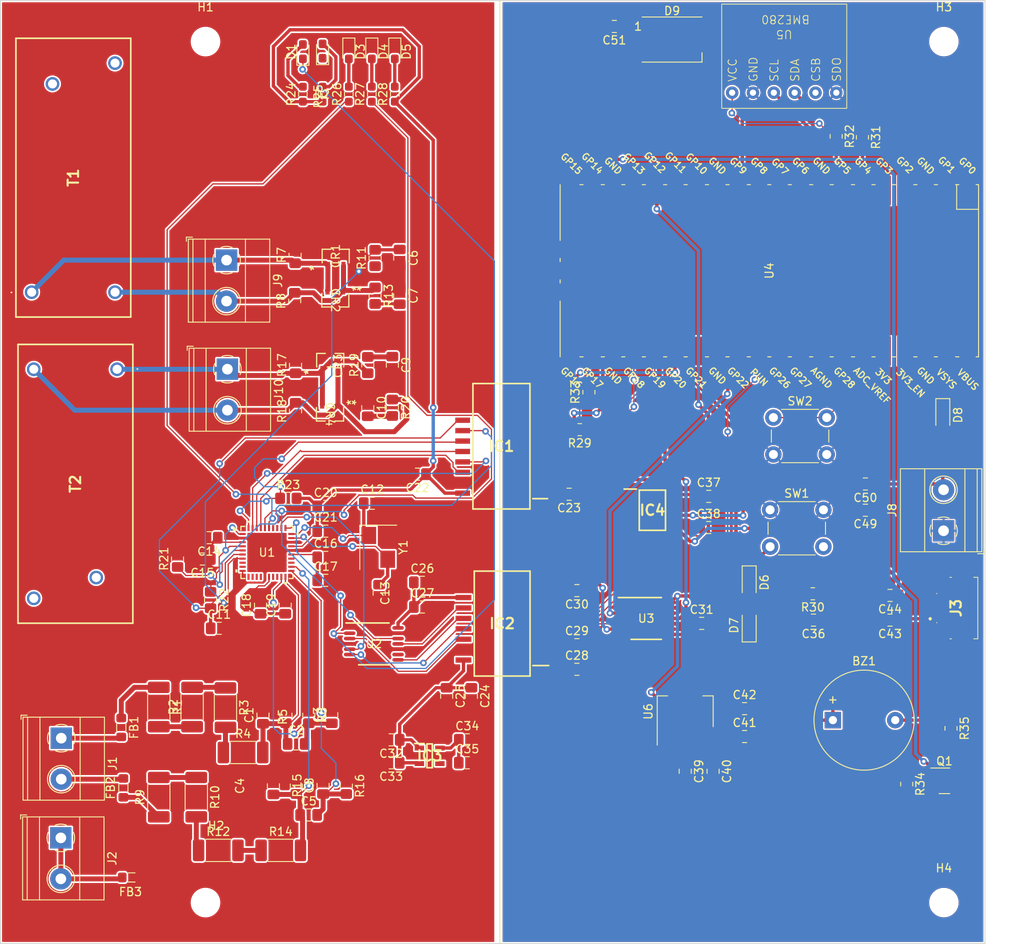
<source format=kicad_pcb>
(kicad_pcb (version 20221018) (generator pcbnew)
  (layers (0 "F.Cu" signal) (31 "B.Cu" signal) (34 "B.Paste" user) (35 "F.Paste" user) (36 "B.SilkS" user "B.Silkscreen") (37 "F.SilkS" user "F.Silkscreen") (38 "B.Mask" user) (39 "F.Mask" user) (44 "Edge.Cuts" user))
  (net 0 "")
  (net 1 "VAP")
  (net 2 "GND")
  (net 3 "VAN")
  (net 4 "VBP")
  (net 5 "VBN")
  (net 6 "IAP")
  (net 7 "IAN")
  (net 8 "IBP")
  (net 9 "IBN")
  (net 10 "RESET_ADE")
  (net 11 "Net-(U1-CLKOUT)")
  (net 12 "Net-(U1-CLKIN)")
  (net 13 "DVDDOUT")
  (net 14 "AVDDOUT")
  (net 15 "REF")
  (net 16 "+3V3_ISO")
  (net 17 "+3V3_ADE")
  (net 18 "+5V_ADE")
  (net 19 "+5V_PICO")
  (net 20 "GNDA")
  (net 21 "IRQ0_ADE")
  (net 22 "Net-(D1-A)")
  (net 23 "IQR1_ADE")
  (net 24 "Net-(D2-A)")
  (net 25 "Net-(D3-A)")
  (net 26 "Net-(D4-A)")
  (net 27 "Net-(D5-A)")
  (net 28 "Net-(FB1-Pad1)")
  (net 29 "VA")
  (net 30 "Net-(FB2-Pad1)")
  (net 31 "VB")
  (net 32 "EARTH")
  (net 33 "SCLK_ISO")
  (net 34 "MOSI_ISO")
  (net 35 "MISO_ISO")
  (net 36 "SS_ISO")
  (net 37 "PM1_ISO")
  (net 38 "RESET_ISO")
  (net 40 "PM1_ADE")
  (net 41 "SS_ADE")
  (net 42 "MISO_ADE")
  (net 43 "MOSI_ADE")
  (net 44 "SCLK_ADE")
  (net 45 "Net-(IC2-VOA)")
  (net 46 "Net-(IC2-VOB)")
  (net 47 "Net-(IC2-VOC)")
  (net 48 "Net-(IC2-VOD)")
  (net 49 "Net-(IC2-VID)")
  (net 50 "Net-(IC2-VIC)")
  (net 51 "Net-(IC2-VIB)")
  (net 52 "Net-(IC2-VIA)")
  (net 54 "Net-(R1-Pad2)")
  (net 55 "Net-(R2-Pad2)")
  (net 56 "Net-(R3-Pad2)")
  (net 57 "Net-(R10-Pad1)")
  (net 58 "Net-(R10-Pad2)")
  (net 59 "Net-(R12-Pad2)")
  (net 60 "ZX_ADE")
  (net 61 "DREADY_ADE")
  (net 66 "IRQ1_ADE")
  (net 67 "ZX_ISO")
  (net 68 "DREADY_ISO")
  (net 69 "IRQ1_ISO")
  (net 70 "IRQ0_ISO")
  (net 79 "CF1_ADE")
  (net 80 "CF2_ADE")
  (net 81 "Net-(D6-K)")
  (net 82 "RESET_PICO")
  (net 83 "SDA_PICO")
  (net 84 "SCL_PICO")
  (net 85 "Net-(D8-K)")
  (net 93 "Net-(BZ1--)")
  (net 98 "WS_LED")
  (net 104 "BUZZER")
  (net 105 "Net-(Q1-D)")
  (net 106 "Net-(J9-Pin_1)")
  (net 107 "Net-(J9-Pin_2)")
  (net 108 "Net-(J10-Pin_1)")
  (net 109 "Net-(J10-Pin_2)")
  (net 110 "Net-(U4-GPIO28_ADC2)")
  (footprint "Capacitor_SMD:C_0805_2012Metric_Pad1.18x1.45mm_HandSolder" (layer "F.Cu") (at 63.7851 89.749937)
    (fp_text reference "C17")
    (fp_text value "4.7u")
  )
  (footprint "Resistor_SMD:R_0805_2012Metric_Pad1.20x1.40mm_HandSolder" (layer "F.Cu") (at 123.155 91.39 180)
    (fp_text reference "R30")
    (fp_text value "10k")
  )
  (footprint "Capacitor_SMD:C_0805_2012Metric_Pad1.18x1.45mm_HandSolder" (layer "F.Cu") (at 72.8 55.0375 -90)
    (fp_text reference "C7")
    (fp_text value "0.022u")
  )
  (footprint "Capacitor_SMD:C_0805_2012Metric_Pad1.18x1.45mm_HandSolder" (layer "F.Cu") (at 74.9625 76.8 180)
    (fp_text reference "C22")
    (fp_text value "0.1u")
  )
  (footprint "Resistor_SMD:R_0805_2012Metric_Pad1.20x1.40mm_HandSolder" (layer "F.Cu") (at 60.105 63.5 90)
    (fp_text reference "R17")
    (fp_text value "40.2")
  )
  (footprint "Resistor_SMD:R_0805_2012Metric_Pad1.20x1.40mm_HandSolder" (layer "F.Cu") (at 94.742 71.374 180)
    (fp_text reference "R29")
    (fp_text value "10k")
  )
  (footprint "Capacitor_SMD:C_0805_2012Metric_Pad1.18x1.45mm_HandSolder" (layer "F.Cu") (at 81.0375 109.2)
    (fp_text reference "C34")
    (fp_text value "10u")
  )
  (footprint "Capacitor_SMD:C_0805_2012Metric_Pad1.18x1.45mm_HandSolder" (layer "F.Cu") (at 81.534 103.886 -90)
    (fp_text reference "C24")
    (fp_text value "0.1u")
  )
  (footprint "Resistor_SMD:R_2010_5025Metric_Pad1.40x2.65mm_HandSolder" (layer "F.Cu") (at 53.708 110.744)
    (fp_text reference "R4")
    (fp_text value "200k")
  )
  (footprint "Resistor_SMD:R_0805_2012Metric_Pad1.20x1.40mm_HandSolder" (layer "F.Cu") (at 126 35.6 -90)
    (fp_text reference "R32")
    (fp_text value "10k")
  )
  (footprint "Diode_SMD:D_SOD-323_HandSoldering" (layer "F.Cu") (at 115.4 95.25 90)
    (fp_text reference "D7")
    (fp_text value "D_Schottky")
  )
  (footprint "Resistor_SMD:R_0805_2012Metric_Pad1.20x1.40mm_HandSolder" (layer "F.Cu") (at 69.8 55.0375 -90)
    (fp_text reference "R13")
    (fp_text value "1k")
  )
  (footprint "Capacitor_SMD:C_0805_2012Metric_Pad1.18x1.45mm_HandSolder" (layer "F.Cu") (at 55.8352 92.787437 90)
    (fp_text reference "C18")
    (fp_text value "0.1u")
  )
  (footprint "MMBD4148SE:SOT-23TO-236_318-AT_OSI" (layer "F.Cu") (at 64.327999 62.9 90)
    (fp_text reference "CR3")
    (fp_text value "MMBD4148SE" hide)
  )
  (footprint "Capacitor_SMD:C_0805_2012Metric_Pad1.18x1.45mm_HandSolder" (layer "F.Cu") (at 63.7851 80.739937)
    (fp_text reference "C20")
    (fp_text value "0.1u")
  )
  (footprint "TerminalBlock_Phoenix:TerminalBlock_Phoenix_MKDS-1,5-2_1x02_P5.00mm_Horizontal" (layer "F.Cu") (at 139.0906 83.7038 90)
    (fp_text reference "J8")
    (fp_text value "5V_SMPS")
  )
  (footprint "T60404E4626X502:T60404E4626X502" (layer "F.Cu") (at 27.94 54.61 90)
    (fp_text reference "T1")
    (fp_text value "IA_in" hide)
  )
  (footprint "Resistor_SMD:R_0603_1608Metric_Pad0.98x0.95mm_HandSolder" (layer "F.Cu") (at 69.4 30.4625 90)
    (fp_text reference "R27")
    (fp_text value "3k")
  )
  (footprint "MountingHole:MountingHole_3.2mm_M3" (layer "F.Cu") (at 139.13 24.05)
    (fp_text reference "H3")
    (fp_text value "MountingHole")
  )
  (footprint "Capacitor_SMD:C_0805_2012Metric_Pad1.18x1.45mm_HandSolder" (layer "F.Cu") (at 57.404 114.824 90)
    (fp_text reference "C4")
    (fp_text value "0.022u")
  )
  (footprint "LED_SMD:LED_0603_1608Metric_Pad1.05x0.95mm_HandSolder" (layer "F.Cu") (at 69.4 25.275 -90)
    (fp_text reference "D4")
    (fp_text value "LED")
  )
  (footprint "Crystal:Crystal_SMD_3225-4Pin_3.2x2.5mm_HandSoldering" (layer "F.Cu") (at 70.1851 85.724937 -90)
    (fp_text reference "Y1")
    (fp_text value "Crystal_GND24")
  )
  (footprint "Capacitor_SMD:C_0805_2012Metric_Pad1.18x1.45mm_HandSolder" (layer "F.Cu") (at 75.5625 89.99)
    (fp_text reference "C26")
    (fp_text value "0.1u")
  )
  (footprint "Capacitor_SMD:C_0805_2012Metric_Pad1.18x1.45mm_HandSolder" (layer "F.Cu") (at 132.5625 94.6 180)
    (fp_text reference "C43")
    (fp_text value "22u")
  )
  (footprint "BME280_beakout:BME_breakout" (layer "F.Cu") (at 119.67 25.2 90)
    (fp_text reference "U5")
    (fp_text value "BME280")
  )
  (footprint "Resistor_SMD:R_2010_5025Metric_Pad1.40x2.65mm_HandSolder" (layer "F.Cu") (at 50.686 122.682)
    (fp_text reference "R12")
    (fp_text value "200k")
  )
  (footprint "24LC32A_SN:SOIC127P600X175-8N" (layer "F.Cu") (at 103.6 81.2)
    (fp_text reference "IC4")
    (fp_text value "24LC32A_SN" hide)
  )
  (footprint "T60404E4626X502:T60404E4626X502" (layer "F.Cu") (at 38.354 64.008 -90)
    (fp_text reference "T2")
    (fp_text value "IB_in" hide)
  )
  (footprint "Resistor_SMD:R_0805_2012Metric_Pad1.20x1.40mm_HandSolder" (layer "F.Cu") (at 58.928 106.172 -90)
    (fp_text reference "R5")
    (fp_text value "1k")
  )
  (footprint "MMBD4148SE:SOT-23TO-236_318-AT_OSI" (layer "F.Cu") (at 64.305 69.5 -90)
    (fp_text reference "CR4")
    (fp_text value "MMBD4148SE")
  )
  (footprint "Resistor_SMD:R_0805_2012Metric_Pad1.20x1.40mm_HandSolder" (layer "F.Cu") (at 140 107.8 -90)
    (fp_text reference "R35")
    (fp_text value "1k")
  )
  (footprint "Capacitor_SMD:C_0805_2012Metric_Pad1.18x1.45mm_HandSolder" (layer "F.Cu") (at 71.7625 112 180)
    (fp_text reference "C33")
    (fp_text value "0.1u")
  )
  (footprint "Resistor_SMD:R_0603_1608Metric_Pad0.98x0.95mm_HandSolder" (layer "F.Cu") (at 66.6 30.4625 90)
    (fp_text reference "R26")
    (fp_text value "3K")
  )
  (footprint "Capacitor_SMD:C_0805_2012Metric_Pad1.18x1.45mm_HandSolder" (layer "F.Cu") (at 107.6 113.0375 -90)
    (fp_text reference "C39")
    (fp_text value "0.1u")
  )
  (footprint "Capacitor_SMD:C_0805_2012Metric_Pad1.18x1.45mm_HandSolder" (layer "F.Cu") (at 63.464 114.7705 90)
    (fp_text reference "C8")
    (fp_text value "0.022u")
  )
  (footprint "Capacitor_SMD:C_0805_2012Metric_Pad1.18x1.45mm_HandSolder" (layer "F.Cu") (at 114.8375 105.4)
    (fp_text reference "C42")
    (fp_text value "10u")
  )
  (footprint "Capacitor_SMD:C_0805_2012Metric_Pad1.18x1.45mm_HandSolder" (layer "F.Cu") (at 94.4 91 180)
    (fp_text reference "C30")
    (fp_text value "0.1u")
  )
  (footprint "Capacitor_SMD:C_0805_2012Metric_Pad1.18x1.45mm_HandSolder" (layer "F.Cu") (at 75.5625 93)
    (fp_text reference "C27")
    (fp_text value "10u")
  )
  (footprint "ADE9000:ADE9000ACPZ_ADI" (layer "F.Cu") (at 56.6226 86.349937)
    (fp_text reference "U1")
    (fp_text value "ADE9000ACPZ")
  )
  (footprint "Resistor_SMD:R_0805_2012Metric_Pad1.20x1.40mm_HandSolder" (layer "F.Cu") (at 69.8 50.4375 90)
    (fp_text reference "R11")
    (fp_text value "1k")
  )
  (footprint "Resistor_SMD:R_0805_2012Metric_Pad1.20x1.40mm_HandSolder" (layer "F.Cu") (at 66.294 114.808 -90)
    (fp_text reference "R16")
    (fp_text value "1k")
  )
  (footprint "Capacitor_SMD:C_0805_2012Metric_Pad1.18x1.45mm_HandSolder" (layer "F.Cu") (at 110.4685 79.512)
    (fp_text reference "C37")
    (fp_text value "4.7u")
  )
  (footprint "LED_SMD:LED_WS2812B_PLCC4_5.0x5.0mm_P3.2mm" (layer "F.Cu") (at 106 23.8)
    (fp_text reference "D9")
    (fp_text value "WS2812B")
  )
  (footprint "Capacitor_SMD:C_0805_2012Metric_Pad1.18x1.45mm_HandSolder" (layer "F.Cu") (at 63.7851 86.949937)
    (fp_text reference "C16")
    (fp_text value "0.1u")
  )
  (footprint "Resistor_SMD:R_0805_2012Metric_Pad1.20x1.40mm_HandSolder" (layer "F.Cu") (at 60.105 69.1 90)
    (fp_text reference "R18")
    (fp_text value "40.2")
  )
  (footprint "Diode_SMD:D_SOD-323_HandSoldering" (layer "F.Cu") (at 115.4 90 -90)
    (fp_text reference "D6")
    (fp_text value "D_Schottky")
  )
  (footprint "Resistor_SMD:R_2010_5025Metric_Pad1.40x2.65mm_HandSolder" (layer "F.Cu") (at 58.306 122.682)
    (fp_text reference "R14")
    (fp_text value "200k")
  )
  (footprint "Resistor_SMD:R_0805_2012Metric_Pad1.20x1.40mm_HandSolder" (layer "F.Cu") (at 129.2 35.725 -90)
    (fp_text reference "R31")
    (fp_text value "10k")
  )
  (footprint "Resistor_SMD:R_0805_2012Metric_Pad1.20x1.40mm_HandSolder" (layer "F.Cu") (at 134.6 114.6 -90)
    (fp_text reference "R34")
    (fp_text value "10k")
  )
  (footprint "Capacitor_SMD:C_0805_2012Metric_Pad1.18x1.45mm_HandSolder" (layer "F.Cu") (at 58.8452 92.787437 90)
    (fp_text reference "C19")
    (fp_text value "4.7u")
  )
  (footprint "RPi_Pico:RPi_PicoW_SMD" (layer "F.Cu") (at 117.856 51.9938 -90)
    (fp_text reference "U4")
    (fp_text value "Pico_SMD_NODEBUG" hide)
  )
  (footprint "MountingHole:MountingHole_3.2mm_M3" (layer "F.Cu") (at 139.13 129.05)
    (fp_text reference "H4")
    (fp_text value "MountingHole")
  )
  (footprint "Capacitor_SMD:C_0805_2012Metric_Pad1.18x1.45mm_HandSolder" (layer "F.Cu") (at 61.7005 118.364)
    (fp_text reference "C5")
    (fp_text value "51p")
  )
  (footprint "LED_SMD:LED_0603_1608Metric_Pad1.05x0.95mm_HandSolder" (layer "F.Cu") (at 66.6 25.275 -90)
    (fp_text reference "D3")
    (fp_text value "LED")
  )
  (footprint "SN74LV:PW0014A_N" (layer "F.Cu") (at 102.850001 94.4)
    (fp_text reference "U3")
    (fp_text value "SN74LV4T125PWR")
  )
  (footprint "MMBD4148SE:SOT-23TO-236_318-AT_OSI" (layer "F.Cu") (at 65 50.2 90)
    (fp_text reference "CR1")
    (fp_text value "MMBD4148SE" hide)
  )
  (footprint "Diode_SMD:D_SOD-323_HandSoldering" (layer "F.Cu") (at 139 69.6 -90)
    (fp_text reference "D8")
    (fp_text value "D_Schottky")
  )
  (footprint "Button_Switch_THT:SW_PUSH_6mm" (layer "F.Cu") (at 118.35 69.9)
    (fp_text reference "SW2")
    (fp_text value "SW_Push")
  )
  (footprint "Resistor_SMD:R_0603_1608Metric_Pad0.98x0.95mm_HandSolder" (layer "F.Cu") (at 72.2 30.4625 90)
    (fp_text reference "R28")
    (fp_text value "3k")
  )
  (footprint "Capacitor_SMD:C_0805_2012Metric_Pad1.18x1.45mm_HandSolder" (layer "F.Cu") (at 71.7625 109.2 180)
    (fp_text reference "C32")
    (fp_text value "10u")
  )
  (footprint "Resistor_SMD:R_0805_2012Metric_Pad1.20x1.40mm_HandSolder" (layer "F.Cu") (at 60.05 50.08255 90)
    (fp_text reference "R7")
    (fp_text value "40.2")
  )
  (footprint "Capacitor_SMD:C_0805_2012Metric_Pad1.18x1.45mm_HandSolder" (layer "F.Cu") (at 48.7465 87.149937 180)
    (fp_text reference "C15")
    (fp_text value "4.7u")
  )
  (footprint "Resistor_SMD:R_0805_2012Metric_Pad1.20x1.40mm_HandSolder" (layer "F.Cu") (at 60 55.68255 90)
    (fp_text reference "R8")
    (fp_text value "40.2")
  )
  (footprint "Resistor_SMD:R_2010_5025Metric_Pad1.40x2.65mm_HandSolder" (layer "F.Cu") (at 48.006 116.192 -90)
    (fp_text reference "R10")
    (fp_text value "200k")
  )
  (footprint "Capacitor_SMD:C_0805_2012Metric_Pad1.18x1.45mm_HandSolder" (layer "F.Cu") (at 94.4 100.6)
    (fp_text reference "C28")
    (fp_text value "0.1u")
  )
  (footprint "Capacitor_SMD:C_0805_2012Metric_Pad1.18x1.45mm_HandSolder" (layer "F.Cu") (at 68.905 68.7 -90)
    (fp_text reference "C10")
    (fp_text value "0.022u")
  )
  (footprint "MMBD4148SE:SOT-23TO-236_318-AT_OSI" (layer "F.Cu") (at 64.950001 55.58745 -90)
    (fp_text reference "CR2")
    (fp_text value "MMBD4148SE" hide)
  )
  (footprint "Resistor_SMD:R_0805_2012Metric_Pad1.20x1.40mm_HandSolder" (layer "F.Cu") (at 95.8596 66.802 90)
    (fp_text reference "R33")
    (fp_text value "10k")
  )
  (footprint "Capacitor_SMD:C_0805_2012Metric_Pad1.18x1.45mm_HandSolder" (layer "F.Cu") (at 123.2375 94.6 180)
    (fp_text reference "C36")
    (fp_text value "1u")
  )
  (footprint "Resistor_SMD:R_0603_1608Metric_Pad0.98x0.95mm_HandSolder" (layer "F.Cu") (at 63.4 30.4625 90)
    (fp_text reference "R25")
    (fp_text value "3K")
  )
  (footprint "Capacitor_SMD:C_0805_2012Metric_Pad1.18x1.45mm_HandSolder" (layer "F.Cu") (at 60.1765 109.7015)
    (fp_text reference "C2")
    (fp_text value "51p")
  )
  (footprint "Resistor_SMD:R_0805_2012Metric_Pad1.20x1.40mm_HandSolder" (layer "F.Cu") (at 71.905 68.7 -90)
    (fp_text reference "R20")
    (fp_text value "1k")
  )
  (footprint "ADUM4151BRIZ:SOIC127P1031X264-20N" (layer "F.Cu") (at 85.2 73.4 180)
    (fp_text reference "IC1")
    (fp_text value "ADUM4151BRIZ" hide)
  )
  (footprint "Capacitor_SMD:C_0805_2012Metric_Pad1.18x1.45mm_HandSolder" (layer "F.Cu") (at 64.516 106.1455 90)
    (fp_text reference "C3")
    (fp_text value "0.022u")
  )
  (footprint "ADP122AUJZ-3.3-R7:SOT95P280X100-5N" (layer "F.Cu") (at 76.45 111.15)
    (fp_text reference "IC3")
    (fp_text value "ADP122AUJZ-3.3-R7" hide)
  )
  (footprint "Resistor_SMD:R_2010_5025Metric_Pad1.40x2.65mm_HandSolder" (layer "F.Cu") (at 47.498 105.2 90)
    (fp_text reference "R2")
    (fp_text value "200k")
  )
  (footprint "MountingHole:MountingHole_3.2mm_M3" (layer "F.Cu") (at 49.13 129.05)
    (fp_text reference "H2")
    (fp_text value "MountingHole")
  )
  (footprint "Resistor_SMD:R_0805_2012Metric_Pad1.20x1.40mm_HandSolder" (layer "F.Cu") (at 45.72 87.122 90)
    (fp_text reference "R21")
    (fp_text value "10K")
  )
  (footprint "Capacitor_SMD:C_0805_2012Metric_Pad1.18x1.45mm_HandSolder" (layer "F.Cu") (at 71.905 63.5 -90)
    (fp_text reference "C9")
    (fp_text value "0.022u")
  )
  (footprint "Resistor_SMD:R_0805_2012Metric_Pad1.20x1.40mm_HandSolder" (layer "F.Cu") (at 68.905 63.5 90)
    (fp_text reference "R19")
    (fp_text value "1k")
  )
  (footprint "Inductor_SMD:L_0805_2012Metric_Pad1.05x1.20mm_HandSolder" (layer "F.Cu") (at 38.862 107.696 -90)
    (fp_text reference "FB1")
    (fp_text value "FerriteBead")
  )
  (footprint "TerminalBlock_Phoenix:TerminalBlock_Phoenix_MKDS-1,5-2_1x02_P5.00mm_Horizontal" (layer "F.Cu") (at 31.5466 109 -90)
    (fp_text reference "J1")
    (fp_text value "Screw_Terminal_01x02")
  )
  (footprint "Capacitor_SMD:C_0805_2012Metric_Pad1.18x1.45mm_HandSolder" (layer "F.Cu") (at 50.8 95.6)
    (fp_text reference "C11")
    (fp_text value "1u")
  )
  (footprint "SN74LV:PW0014A_N" (layer "F.Cu") (at 69.650001 97.5)
    (fp_text reference "U2")
    (fp_text value "SN74LV4T125PWR")
  )
  (footprint "TerminalBlock_Phoenix:TerminalBlock_Phoenix_MKDS-1,5-2_1x02_P5.00mm_Horizontal" (layer "F.Cu") (at 51.8 64 -90)
    (fp_text reference "J10")
    (fp_text value "IB_in")
  )
  (footprint "Capacitor_SMD:C_0805_2012Metric_Pad1.18x1.45mm_HandSolder" (layer "F.Cu") (at 94.4 97.6)
    (fp_text reference "C29")
    (fp_text value "10u")
  )
  (footprint "Package_TO_SOT_SMD:SOT-23" (layer "F.Cu") (at 139.2 114.2)
    (fp_text reference "Q1")
    (fp_text value "Q_NMOS_SGD")
  )
  (footprint "Inductor_SMD:L_0805_2012Metric_Pad1.05x1.20mm_HandSolder" (layer "F.Cu") (at 40.132 125.984 180)
    (fp_text reference "FB3")
    (fp_text value "FerriteBead")
  )
  (footprint "Capacitor_SMD:C_0805_2012Metric_Pad1.18x1.45mm_HandSolder" (layer "F.Cu") (at 49.5851 84.549937 180)
    (fp_text reference "C14")
    (fp_text value "0.1u")
  )
  (footprint "microUSB:ZX62AB5PA31" (layer "F.Cu") (at 140.6128 93.1356 90)
    (fp_text reference "J3")
    (fp_text value "MicroUSB" hide)
  )
  (footprint "Capacitor_SMD:C_0805_2012Metric_Pad1.18x1.45mm_HandSolder" (layer "F.Cu") (at 111 113.0375 -90)
    (fp_text reference "C40")
    (fp_text value "10u")
  )
  (footprint "Capacitor_SMD:C_0805_2012Metric_Pad1.18x1.45mm_HandSolder" (layer "F.Cu") (at 56.134 106.1935 90)
    (fp_text reference "C1")
    (fp_text value "0.022u")
  )
  (footprint "TerminalBlock_Phoenix:TerminalBlock_Phoenix_MKDS-1,5-2_1x02_P5.00mm_Horizontal" (layer "F.Cu") (at 31.496 121.158 -90)
    (fp_text reference "J2")
    (fp_text value "Screw_Terminal_01x02")
  )
  (footprint "Inductor_SMD:L_0805_2012Metric_Pad1.05x1.20mm_HandSolder" (layer "F.Cu") (at 39.116 115.062 90)
    (fp_text reference "FB2")
    (fp_text value "FerriteBead")
  )
  (footprint "Capacitor_SMD:C_0805_2012Metric_Pad1.18x1.45mm_HandSolder" (layer "F.Cu") (at 81.0375 112)
    (fp_text reference "C35")
    (fp_text value "0.1u")
  )
  (footprint "Resistor_SMD:R_2010_5025Metric_Pad1.40x2.65mm_HandSolder" (layer "F.Cu") (at 43.434 116.192 90)
    (fp_text reference "R9")
    (fp_text value "200k")
  )
  (footprint "MountingHole:MountingHole_3.2mm_M3" (layer "F.Cu") (at 49.13 24.05)
    (fp_text reference "H1")
    (fp_text value "MountingHole")
  )
  (footprint "LED_SMD:LED_0603_1608Metric_Pad1.05x0.95mm_HandSolder" (layer "F.Cu") (at 63.4 25.2 90)
    (fp_text reference "D2")
    (fp_text value "LED")
  )
  (footprint "Capacitor_SMD:C_0805_2012Metric_Pad1.18x1.45mm_HandSolder" (layer "F.Cu") (at 114.8375 108.8)
    (fp_text reference "C41")
    (fp_text value "0.1u")
  )
  (footprint "Capacitor_SMD:C_0805_2012Metric_Pad1.18x1.45mm_HandSolder" (layer "F.Cu") (at 129.5625 81.2 180)
    (fp_text reference "C49")
    (fp_text value "0.1u")
  )
  (footprint "Capacitor_SMD:C_0805_2012Metric_Pad1.18x1.45mm_HandSolder" (layer "F.Cu") (at 93.4505 79.248 180)
    (fp_text reference "C23")
    (fp_text value "0.1u")
  )
  (footprint "Resistor_SMD:R_0805_2012Metric_Pad1.20x1.40mm_HandSolder" (layer "F.Cu") (at 61.718 106.172 -90)
    (fp_text reference "R6")
    (fp_text value "1k")
  )
  (footprint "Capacitor_SMD:C_0805_2012Metric_Pad1.18x1.45mm_HandSolder" (layer "F.Cu") (at 69.4601 80.349937)
    (fp_text reference "C12")
    (fp_text value "18p")
  )
  (footprint "Button_Switch_THT:SW_PUSH_6mm" (layer "F.Cu") (at 117.95 81.15)
    (fp_text reference "SW1")
    (fp_text value "SW_Push")
  )
  (footprint "Buzzer_Beeper:Buzzer_12x9.5RM7.6" (layer "F.Cu") (at 125.6 106.8)
    (fp_text reference "BZ1")
    (fp_text value "Buzzer")
  )
  (footprint "Capacitor_SMD:C_0805_2012Metric_Pad1.18x1.45mm_HandSolder" (layer "F.Cu") (at 78.524 103.886 -90)
    (fp_text reference "C25")
    (fp_text value "10u")
  )
  (footprint "Resistor_SMD:R_2010_5025Metric_Pad1.40x2.65mm_HandSolder" (layer "F.Cu") (at 43.434 105.2 -90)
    (fp_text reference "R1")
    (fp_text value "200k")
  )
  (footprint "Capacitor_SMD:C_0805_2012Metric_Pad1.18x1.45mm_HandSolder" (layer "F.Cu") (at 110.4685 83.312)
    (fp_text reference "C38")
    (fp_text value "0.1u")
  )
  (footprint "TerminalBlock_Phoenix:TerminalBlock_Phoenix_MKDS-1,5-2_1x02_P5.00mm_Horizontal" (layer "F.Cu") (at 51.695 50.7 -90)
    (fp_text reference "J9")
    (fp_text value "IA_in")
  )
  (footprint "Capacitor_SMD:C_0805_2012Metric_Pad1.18x1.45mm_HandSolder" (layer "F.Cu") (at 70.2976 91.312437 -90)
    (fp_text reference "C13")
    (fp_text value "18p")
  )
  (footprint "Capacitor_SMD:C_0805_2012Metric_Pad1.18x1.45mm_HandSolder" (layer "F.Cu") (at 109.612501 95)
    (fp_text reference "C31")
    (fp_text value "0.1u")
  )
  (footprint "Resistor_SMD:R_0805_2012Metric_Pad1.20x1.40mm_HandSolder" (layer "F.Cu") (at 49.7476 92.149937 -90)
    (fp_text reference "R22")
    (fp_text value "10k")
  )
  (footprint "Capacitor_SMD:C_0805_2012Metric_Pad1.18x1.45mm_HandSolder" (layer "F.Cu") (at 98.9625 22.2 180)
    (fp_text reference "C51")
    (fp_text value "0.1u")
  )
  (footprint "Capacitor_SMD:C_0805_2012Metric_Pad1.18x1.45mm_HandSolder" (layer "F.Cu") (at 132.5625 91.59 180)
    (fp_text reference "C44")
    (fp_text value "0.1u")
  )
  (footprint "Resistor_SMD:R_0603_1608Metric_Pad0.98x0.95mm_HandSolder" (layer "F.Cu") (at 61 30.4625 90)
    (fp_text reference "R24")
    (fp_text value "3K")
  )
  (footprint "Capacitor_SMD:C_0805_2012Metric_Pad1.18x1.45mm_HandSolder" (layer "F.Cu") (at 72.8 50.4375 -90)
    (fp_text reference "C6")
    (fp_text value "0.022u")
  )
  (footprint "Resistor_SMD:R_0805_2012Metric_Pad1.20x1.40mm_HandSolder" (layer "F.Cu") (at 60.198 114.808 -90)
    (fp_text reference "R15")
    (fp_text value "1k")
  )
  (footprint "Resistor_SMD:R_0805_2012Metric_Pad1.20x1.40mm_HandSolder" (layer "F.Cu") (at 59.2226 79.749937)
    (fp_text reference "R23")
    (fp_text value "10k")
  )
  (footprint "ADUM6404ARIZ:SOIC127P1032X265-16N" (layer "F.Cu") (at 85.288 95.025 180)
    (fp_text reference "IC2")
    (fp_text value "ADUM6404ARIZ" hide)
  )
  (footprint "Capacitor_SMD:C_0805_2012Metric_Pad1.18x1.45mm_HandSolder" (layer "F.Cu") (at 63.7851 83.749937)
    (fp_text reference "C21")
    (fp_text value "10u")
  )
  (footprint "LED_SMD:LED_0603_1608Metric_Pad1.05x0.95mm_HandSolder" (layer "F.Cu") (at 72.2 25.275 -90)
    (fp_text reference "D5")
    (fp_text value "LED")
  )
  (footprint "Package_TO_SOT_SMD:SOT-223-3_TabPin2" (layer "F.Cu") (at 107.6 105.75 90)
    (fp_text reference "U6")
    (fp_text value "AMS1117-3.3")
  )
  (footprint "Capacitor_SMD:C_0805_2012Metric_Pad1.18x1.45mm_HandSolder" (layer "F.Cu") (at 129.5625 78 180)
    (fp_text reference "C50")
    (fp_text value "22u")
  )
  (footprint "Resistor_SMD:R_2010_5025Metric_Pad1.40x2.65mm_HandSolder" (layer "F.Cu") (at 51.562 105.27 -90)
    (fp_text reference "R3")
    (fp_text value "200k")
  )
  (footprint "LED_SMD:LED_0603_1608Metric_Pad1.05x0.95mm_HandSolder" (layer "F.Cu") (at 61 25.275 90)
    (fp_text reference "D1")
    (fp_text value "LED")
  )
  (gr_line (start 85 19.05) (end 85 134.05) (stroke (width 0.15)) (layer "F.SilkS"))
  (gr_rect (start 24.13 19.05) (end 144.13 134.05) (stroke (width 0.1)) (fill none) (layer "Edge.Cuts"))
  (segment (start 60.452 91.549666) (end 58.873167 89.970833) (width 0.1524) (layer "F.Cu") (net 1))
  (segment (start 58.928 109.4905) (end 59.139 109.7015) (width 0.6096) (layer "F.Cu") (net 1))
  (segment (start 58.928 107.172) (end 58.928 109.4905) (width 0.6096) (layer "F.Cu") (net 1))
  (segment (start 59.452 107.172) (end 60.452 106.172) (width 0.1524) (layer "F.Cu") (net 1))
  (segment (start 58.869 107.231) (end 58.928 107.172) (width 0.6096) (layer "F.Cu") (net 1))
  (segment (start 58.873167 89.970833) (end 58.873167 89.321737) (width 0.1524) (layer "F.Cu") (net 1))
  (segment (start 60.452 106.172) (end 60.452 91.549666) (width 0.1524) (layer "F.Cu") (net 1))
  (segment (start 56.134 107.231) (end 58.869 107.231) (width 0.6096) (layer "F.Cu") (net 1))
  (segment (start 56.134 110.718) (end 56.108 110.744) (width 0.6096) (layer "F.Cu") (net 1))
  (segment (start 56.134 107.231) (end 56.134 110.718) (width 0.6096) (layer "F.Cu") (net 1))
  (segment (start 58.928 107.172) (end 59.452 107.172) (width 0.1524) (layer "F.Cu") (net 1))
  (segment (start 58.373041 89.962959) (end 57.404 90.932) (width 0.1524) (layer "F.Cu") (net 3))
  (segment (start 61.23 107.172) (end 61.718 107.172) (width 0.1524) (layer "F.Cu") (net 3))
  (segment (start 61.718 107.172) (end 64.505 107.172) (width 0.6096) (layer "F.Cu") (net 3))
  (segment (start 61.472 109.7015) (end 61.472 107.418) (width 0.6096) (layer "F.Cu") (net 3))
  (segment (start 59.944 108.458) (end 61.23 107.172) (width 0.1524) (layer "F.Cu") (net 3))
  (segment (start 61.472 107.418) (end 61.718 107.172) (width 0.6096) (layer "F.Cu") (net 3))
  (segment (start 58.373041 89.321737) (end 58.373041 89.962959) (width 0.1524) (layer "F.Cu") (net 3))
  (segment (start 64.505 107.172) (end 64.516 107.183) (width 0.6096) (layer "F.Cu") (net 3))
  (segment (start 57.404 90.932) (end 57.404 92.456) (width 0.1524) (layer "F.Cu") (net 3))
  (via (at 57.404 92.456) (size 0.8) (drill 0.4) (layers "F.Cu" "B.Cu") (net 3))
  (via (at 59.944 108.458) (size 0.8) (drill 0.4) (layers "F.Cu" "B.Cu") (net 3))
  (segment (start 57.404 92.456) (end 57.404 107.696) (width 0.1524) (layer "B.Cu") (net 3))
  (segment (start 57.404 107.696) (end 58.166 108.458) (width 0.1524) (layer "B.Cu") (net 3))
  (segment (start 58.166 108.458) (end 59.944 108.458) (width 0.1524) (layer "B.Cu") (net 3))
  (segment (start 60.160378 88.100378) (end 60.96 88.9) (width 0.1524) (layer "F.Cu") (net 4))
  (segment (start 60.96 122.428) (end 60.706 122.682) (width 0.6096) (layer "F.Cu") (net 4))
  (segment (start 60.722 115.808) (end 60.198 115.808) (width 0.1524) (layer "F.Cu") (net 4))
  (segment (start 60.706 116.332) (end 60.663 116.375) (width 0.6096) (layer "F.Cu") (net 4))
  (segment (start 59.5944 88.100378) (end 60.160378 88.100378) (width 0.1524) (layer "F.Cu") (net 4))
  (segment (start 60.663 116.375) (end 60.663 118.364) (width 0.6096) (layer "F.Cu") (net 4))
  (segment (start 60.1445 115.8615) (end 60.198 115.808) (width 0.6096) (layer "F.Cu") (net 4))
  (segment (start 60.96 118.618) (end 60.96 122.428) (width 0.6096) (layer "F.Cu") (net 4))
  (segment (start 60.198 115.808) (end 60.198 115.824) (width 0.6096) (layer "F.Cu") (net 4))
  (segment (start 57.404 115.8615) (end 60.1445 115.8615) (width 0.6096) (layer "F.Cu") (net 4))
  (segment (start 60.198 115.824) (end 60.706 116.332) (width 0.6096) (layer "F.Cu") (net 4))
  (segment (start 61.722 114.808) (end 60.722 115.808) (width 0.1524) (layer "F.Cu") (net 4))
  (via (at 61.722 114.808) (size 0.8) (drill 0.4) (layers "F.Cu" "B.Cu") (net 4))
  (via (at 60.96 88.9) (size 0.8) (drill 0.4) (layers "F.Cu" "B.Cu") (net 4))
  (segment (start 60.96 88.9) (end 61.722 89.662) (width 0.1524) (layer "B.Cu") (net 4))
  (segment (start 61.722 89.662) (end 61.722 114.808) (width 0.1524) (layer "B.Cu") (net 4))
  (segment (start 63.464 115.808) (end 63.464 117.638) (width 0.6096) (layer "F.Cu") (net 5))
  (segment (start 63.77 115.808) (end 63.464 115.808) (width 0.1524) (layer "F.Cu") (net 5))
  (segment (start 63.246 92.252104) (end 63.220948 92.227052) (width 0.1524) (layer "F.Cu") (net 5))
  (segment (start 63.220948 92.227052) (end 59.5944 88.600504) (width 0.1524) (layer "F.Cu") (net 5))
  (segment (start 63.464 115.808) (end 66.294 115.808) (width 0.6096) (layer "F.Cu") (net 5))
  (segment (start 65.024 114.554) (end 63.77 115.808) (width 0.1524) (layer "F.Cu") (net 5))
  (segment (start 63.220948 92.227052) (end 63.220948 105.892948) (width 0.1524) (layer "F.Cu") (net 5))
  (segment (start 63.464 117.638) (end 62.738 118.364) (width 0.6096) (layer "F.Cu") (net 5))
  (segment (start 63.220948 105.892948) (end 63.246 105.918) (width 0.1524) (layer "F.Cu") (net 5))
  (via (at 65.024 114.554) (size 0.8) (drill 0.4) (layers "F.Cu" "B.Cu") (net 5))
  (via (at 63.246 105.918) (size 0.8) (drill 0.4) (layers "F.Cu" "B.Cu") (net 5))
  (segment (start 63.246 105.918) (end 63.246 110.236) (width 0.1524) (layer "B.Cu") (net 5))
  (segment (start 65.024 112.014) (end 65.024 114.554) (width 0.1524) (layer "B.Cu") (net 5))
  (segment (start 63.246 110.236) (end 65.024 112.014) (width 0.1524) (layer "B.Cu") (net 5))
  (segment (start 52.58061 87.100126) (end 51.895892 87.784844) (width 0.1524) (layer "F.Cu") (net 6))
  (segment (start 67.818 52.07) (end 67.818 51.4195) (width 0.1524) (layer "F.Cu") (net 6))
  (segment (start 69.8 49.4375) (end 72.7625 49.4375) (width 0.4064) (layer "F.Cu") (net 6))
  (segment (start 72.7625 49.4375) (end 72.8 49.4) (width 0.4064) (layer "F.Cu") (net 6))
  (segment (start 51.895892 91.957938) (end 51.352915 92.500915) (width 0.1524) (layer "F.Cu") (net 6))
  (segment (start 51.895892 87.784844) (end 51.895892 91.957938) (width 0.1524) (layer "F.Cu") (net 6))
  (segment (start 67.818 51.4195) (end 69.8 49.4375) (width 0.1524) (layer "F.Cu") (net 6))
  (segment (start 53.6508 87.100126) (end 52.58061 87.100126) (width 0.1524) (layer "F.Cu") (net 6))
  (via (at 51.352915 92.500915) (size 0.8) (drill 0.4) (layers "F.Cu" "B.Cu") (net 6))
  (via (at 67.818 52.07) (size 0.8) (drill 0.4) (layers "F.Cu" "B.Cu") (net 6))
  (segment (start 51.352915 92.500915) (end 49.1078 90.2558) (width 0.1524) (layer "B.Cu") (net 6))
  (segment (start 64.516 64.77) (end 64.516 55.372) (width 0.1524) (layer "B.Cu") (net 6))
  (segment (start 49.1078 80.1782) (end 64.516 64.77) (width 0.1524) (layer "B.Cu") (net 6))
  (segment (start 49.1078 90.2558) (end 49.1078 80.1782) (width 0.1524) (layer "B.Cu") (net 6))
  (segment (start 64.516 55.372) (end 67.818 52.07) (width 0.1524) (layer "B.Cu") (net 6))
  (segment (start 72.7625 56.0375) (end 72.8 56.075) (width 0.4064) (layer "F.Cu") (net 7))
  (segment (start 69.8 56.0375) (end 72.7625 56.0375) (width 0.4064) (layer "F.Cu") (net 7))
  (segment (start 71.8675 62.5) (end 71.905 62.4625) (width 0.6096) (layer "F.Cu") (net 8))
  (segment (start 68.905 62.5) (end 71.8675 62.5) (width 0.6096) (layer "F.Cu") (net 8))
  (segment (start 68.905 69.7375) (end 71.8675 69.7375) (width 0.6096) (layer "F.Cu") (net 9))
  (segment (start 71.8675 69.7375) (end 71.905 69.7) (width 0.6096) (layer "F.Cu") (net 9))
  (segment (start 53.6508 89.6052) (end 53.594 89.662) (width 0.1524) (layer "F.Cu") (net 9))
  (segment (start 53.6508 88.600504) (end 53.6508 89.6052) (width 0.1524) (layer "F.Cu") (net 9))
  (segment (start 49.7476 92.7464) (end 49.7476 93.149937) (width 0.1524) (layer "F.Cu") (net 10))
  (segment (start 77.735 72.39) (end 58.0136 72.39) (width 0.1524) (layer "F.Cu") (net 10))
  (segment (start 47.9806 93.091) (end 48.039537 93.149937) (width 0.1524) (layer "F.Cu") (net 10))
  (segment (start 53.6508 86.6) (end 52.582368 86.6) (width 0.1524) (layer "F.Cu") (net 10))
  (segment (start 80.475 70.225) (end 79.9 70.225) (width 0.1524) (layer "F.Cu") (net 10))
  (segment (start 58.0136 72.39) (end 53.975 72.39) (width 0.1524) (layer "F.Cu") (net 10))
  (segment (start 51.543492 90.950508) (end 49.7476 92.7464) (width 0.1524) (layer "F.Cu") (net 10))
  (segment (start 49.7476 95.5851) (end 49.7625 95.6) (width 0.4064) (layer "F.Cu") (net 10))
  (segment (start 49.7476 93.149937) (end 49.7476 95.5851) (width 0.4064) (layer "F.Cu") (net 10))
  (segment (start 52.582368 86.6) (end 51.543492 87.638876) (width 0.1524) (layer "F.Cu") (net 10))
  (segment (start 79.9 70.225) (end 77.735 72.39) (width 0.1524) (layer "F.Cu") (net 10))
  (segment (start 53.975 72.39) (end 50.8508 75.5142) (width 0.1524) (layer "F.Cu") (net 10))
  (segment (start 51.543492 87.638876) (end 51.543492 90.950508) (width 0.1524) (layer "F.Cu") (net 10))
  (segment (start 48.039537 93.149937) (end 49.7476 93.149937) (width 0.1524) (layer "F.Cu") (net 10))
  (via (at 50.8508 75.5142) (size 0.8) (drill 0.4) (layers "F.Cu" "B.Cu") (net 10))
  (via (at 47.9806 93.091) (size 0.8) (drill 0.4) (layers "F.Cu" "B.Cu") (net 10))
  (segment (start 43.5102 88.6206) (end 47.9806 93.091) (width 0.1524) (layer "B.Cu") (net 10))
  (segment (start 50.8508 75.5142) (end 50.8508 77.47) (width 0.1524) (layer "B.Cu") (net 10))
  (segment (start 50.8508 77.47) (end 43.5102 84.8106) (width 0.1524) (layer "B.Cu") (net 10))
  (segment (start 43.5102 84.8106) (end 43.5102 88.6206) (width 0.1524) (layer "B.Cu") (net 10))
  (segment (start 66.601063 84.274937) (end 69.0351 84.274937) (width 0.1524) (layer "F.Cu") (net 11))
  (segment (start 61.214 83.312) (end 60.42663 84.09937) (width 0.1524) (layer "F.Cu") (net 11))
  (segment (start 66.20951 84.66649) (end 66.601063 84.274937) (width 0.1524) (layer "F.Cu") (net 11))
  (segment (start 68.4226 83.662437) (end 69.0351 84.274937) (width 0.4064) (layer "F.Cu") (net 11))
  (segment (start 65.88735 84.66649) (end 66.20951 84.66649) (width 0.1524) (layer "F.Cu") (net 11))
  (segment (start 68.4226 80.349937) (end 68.4226 83.662437) (width 0.4064) (layer "F.Cu") (net 11))
  (segment (start 60.42663 84.09937) (end 59.5944 84.09937) (width 0.1524) (layer "F.Cu") (net 11))
  (via (at 65.88735 84.66649) (size 0.8) (drill 0.4) (layers "F.Cu" "B.Cu") (net 11))
  (via (at 61.214 83.312) (size 0.8) (drill 0.4) (layers "F.Cu" "B.Cu") (net 11))
  (segment (start 64.53286 83.312) (end 65.88735 84.66649) (width 0.1524) (layer "B.Cu") (net 11))
  (segment (start 61.214 83.312) (end 64.53286 83.312) (width 0.1524) (layer "B.Cu") (net 11))
  (segment (start 71.3351 87.0831) (end 71.3351 87.174937) (width 0.1524) (layer "F.Cu") (net 12))
  (segment (start 67.056 85.598) (end 67.059137 85.601137) (width 0.1524) (layer "F.Cu") (net 12))
  (segment (start 70.2976 90.274937) (end 71.3351 89.237437) (width 0.4064) (layer "F.Cu") (net 12))
  (segment (start 60.941749 84.599496) (end 61.086622 84.454623) (width 0.1524) (layer "F.Cu") (net 12))
  (segment (start 69.853137 85.601137) (end 71.3351 87.0831) (width 0.1524) (layer "F.Cu") (net 12))
  (segment (start 71.3351 89.237437) (end 71.3351 87.174937) (width 0.4064) (layer "F.Cu") (net 12))
  (segment (start 59.5944 84.599496) (end 60.941749 84.599496) (width 0.1524) (layer "F.Cu") (net 12))
  (segment (start 67.059137 85.601137) (end 69.853137 85.601137) (width 0.1524) (layer "F.Cu") (net 12))
  (via (at 67.056 85.598) (size 0.8) (drill 0.4) (layers "F.Cu" "B.Cu") (net 12))
  (via (at 61.086622 84.454623) (size 0.8) (drill 0.4) (layers "F.Cu" "B.Cu") (net 12))
  (segment (start 62.229999 85.598) (end 67.056 85.598) (width 0.1524) (layer "B.Cu") (net 12))
  (segment (start 61.086622 84.454623) (end 62.229999 85.598) (width 0.1524) (layer "B.Cu") (net 12))
  (segment (start 51.172285 85.099622) (end 50.6226 84.549937) (width 0.1524) (layer "F.Cu") (net 13))
  (segment (start 49.784 85.388537) (end 50.6226 84.549937) (width 0.4064) (layer "F.Cu") (net 13))
  (segment (start 53.6508 85.099622) (end 51.172285 85.099622) (width 0.1524) (layer "F.Cu") (net 13))
  (segment (start 49.784 87.149937) (end 49.784 85.388537) (width 0.4064) (layer "F.Cu") (net 13))
  (segment (start 59.5944 86.6) (end 62.397663 86.6) (width 0.1524) (layer "F.Cu") (net 14))
  (segment (start 62.397663 86.6) (end 62.7476 86.949937) (width 0.1524) (layer "F.Cu") (net 14))
  (segment (start 62.7476 86.949937) (end 62.7476 89.749937) (width 0.4064) (layer "F.Cu") (net 14))
  (segment (start 55.8352 93.824937) (end 55.216937 93.824937) (width 0.1524) (layer "F.Cu") (net 15))
  (segment (start 55.597551 90.424) (end 56.330674 90.424) (width 0.1524) (layer "F.Cu") (net 15))
  (segment (start 56.330674 90.424) (end 56.872663 89.882011) (width 0.1524) (layer "F.Cu") (net 15))
  (segment (start 54.834 93.442) (end 54.834 91.187551) (width 0.1524) (layer "F.Cu") (net 15))
  (segment (start 55.8352 93.824937) (end 58.8452 93.824937) (width 0.4064) (layer "F.Cu") (net 15))
  (segment (start 54.834 91.187551) (end 55.597551 90.424) (width 0.1524) (layer "F.Cu") (net 15))
  (segment (start 55.216937 93.824937) (end 54.834 93.442) (width 0.1524) (layer "F.Cu") (net 15))
  (segment (start 56.872663 89.882011) (end 56.872663 89.321737) (width 0.1524) (layer "F.Cu") (net 15))
  (segment (start 94.191 77.47) (end 104.475 77.47) (width 0.4064) (layer "F.Cu") (net 16))
  (segment (start 107.6 108.9) (end 107.6 112) (width 0.4064) (layer "F.Cu") (net 16))
  (segment (start 109.214 79.295) (end 109.431 79.512) (width 0.4064) (layer "F.Cu") (net 16))
  (segment (start 108.575001 92.199104) (end 108.028697 91.6528) (width 0.4064) (layer "F.Cu") (net 16))
  (segment (start 92.28 79.115) (end 92.413 79.248) (width 0.4064) (layer "F.Cu") (net 16))
  (segment (start 124.516 34.6) (end 126 34.6) (width 0.1524) (layer "F.Cu") (net 16))
  (segment (start 124.155 91.39) (end 124.155 94.48) (width 0.4064) (layer "F.Cu") (net 16))
  (segment (start 107.6 108.65) (end 116.555 99.695) (width 0.4064) (layer "F.Cu") (net 16))
  (segment (start 126 34.6) (end 129.075 34.6) (width 0.4064) (layer "F.Cu") (net 16))
  (segment (start 108.575001 95) (end 108.575001 92.199104) (width 0.4064) (layer "F.Cu") (net 16))
  (segment (start 106.6546 91.6686) (end 106.6388 91.6528) (width 0.4064) (layer "F.Cu") (net 16))
  (segment (start 92.413 79.248) (end 94.191 77.47) (width 0.4064) (layer "F.Cu") (net 16))
  (segment (start 106.597199 91.6528) (end 105.8 92.449999) (width 0.4064) (layer "F.Cu") (net 16))
  (segment (start 124.275 95.8414) (end 124.275 94.6) (width 0.4064) (layer "F.Cu") (net 16))
  (segment (start 106.6704 91.6528) (end 106.6546 91.6686) (width 0.4064) (layer "F.Cu") (net 16))
  (segment (start 113.32 32.73) (end 113.284 32.766) (width 0.1524) (layer "F.Cu") (net 16))
  (segment (start 106.3 79.295) (end 109.214 79.295) (width 0.4064) (layer "F.Cu") (net 16))
  (segment (start 116.555 99.695) (end 120.4214 99.695) (width 0.4064) (layer "F.Cu") (net 16))
  (segment (start 108.028697 91.6528) (end 106.6704 91.6528) (width 0.4064) (layer "F.Cu") (net 16))
  (segment (start 104.475 77.47) (end 106.3 79.295) (width 0.4064) (layer "F.Cu") (net 16))
  (segment (start 123.952 34.036) (end 124.516 34.6) (width 0.1524) (layer "F.Cu") (net 16))
  (segment (start 109.342 79.512) (end 109.431 79.512) (width 0.4064) (layer "F.Cu") (net 16))
  (segment (start 89.925 79.115) (end 92.28 79.115) (width 0.4064) (layer "F.Cu") (net 16))
  (segment (start 107.6 112) (end 111 112) (width 0.4064) (layer "F.Cu") (net 16))
  (segment (start 103.4542 103.4034) (end 107.6 107.5492) (width 0.4064) (layer "F.Cu") (net 16))
  (segment (start 120.4214 99.695) (end 124.275 95.8414) (width 0.4064) (layer "F.Cu") (net 16))
  (segment (start 113.32 30.28) (end 113.32 32.73) (width 0.1524) (layer "F.Cu") (net 16))
  (segment (start 109.431 79.512) (end 109.431 83.312) (width 0.4064) (layer "F.Cu") (net 16))
  (segment (start 107.6 107.5492) (end 107.6 108.9) (width 0.4064) (layer "F.Cu") (net 16))
  (segment (start 107.6 108.9) (end 107.6 108.65) (width 0.4064) (layer "F.Cu") (net 16))
  (segment (start 129.075 34.6) (end 129.2 34.725) (width 0.4064) (layer "F.Cu") (net 16))
  (segment (start 124.155 94.48) (end 124.275 94.6) (width 0.4064) (layer "F.Cu") (net 16))
  (segment (start 106.6388 91.6528) (end 106.597199 91.6528) (width 0.4064) (layer "F.Cu") (net 16))
  (via (at 106.6546 91.6686) (size 0.8) (drill 0.4) (layers "F.Cu" "B.Cu") (net 16))
  (via (at 123.952 34.036) (size 0.8) (drill 0.4) (layers "F.Cu" "B.Cu") (net 16))
  (via (at 113.284 32.766) (size 0.8) (drill 0.4) (layers "F.Cu" "B.Cu") (net 16))
  (via (at 103.4542 103.4034) (size 0.8) (drill 0.4) (layers "F.Cu" "B.Cu") (net 16))
  (segment (start 113.284 32.766) (end 114.554 34.036) (width 0.1524) (layer "B.Cu") (net 16))
  (segment (start 106.6546 91.6686) (end 106.6546 100.203) (width 0.4064) (layer "B.Cu") (net 16))
  (segment (start 114.554 34.036) (end 123.952 34.036) (width 0.1524) (layer "B.Cu") (net 16))
  (segment (start 106.6546 100.203) (end 103.4542 103.4034) (width 0.4064) (layer "B.Cu") (net 16))
  (segment (start 57.404 29.464) (end 59.315 31.375) (width 0.4064) (layer "F.Cu") (net 17))
  (segment (start 51.581498 86.088027) (end 52.069777 85.599748) (width 0.1524) (layer "F.Cu") (net 17))
  (segment (start 77.7 110.2) (end 79 110.2) (width 0.4064) (layer "F.Cu") (net 17))
  (segment (start 52.069777 85.599748) (end 53.6508 85.599748) (width 0.1524) (layer "F.Cu") (net 17))
  (segment (start 60.897789 85.599748) (end 62.7476 83.749937) (width 0.1524) (layer "F.Cu") (net 17))
  (segment (start 49.784 90.110292) (end 49.784 90.656674) (width 0.1524) (layer "F.Cu") (net 17))
  (segment (start 79 110.2) (end 80 109.2) (width 0.4064) (layer "F.Cu") (net 17))
  (segment (start 59.315 31.375) (end 61 31.375) (width 0.4064) (layer "F.Cu") (net 17))
  (segment (start 64.747537 78.74) (end 74.06 78.74) (width 0.4064) (layer "F.Cu") (net 17))
  (segment (start 75.184 28.391) (end 75.184 24.638) (width 0.4064) (layer "F.Cu") (net 17))
  (segment (start 50.4602 88.875923) (end 50.4602 89.434092) (width 0.1524) (layer "F.Cu") (net 17))
  (segment (start 50.4602 89.434092) (end 49.784 90.110292) (width 0.1524) (layer "F.Cu") (net 17))
  (segment (start 80 109.2) (end 80 112) (width 0.4064) (layer "F.Cu") (net 17))
  (segment (start 49.784 90.656674) (end 50.277263 91.149937) (width 0.1524) (layer "F.Cu") (net 17))
  (segment (start 61 31.375) (end 63.4 31.375) (width 0.4064) (layer "F.Cu") (net 17))
  (segment (start 76.8858 75.9142) (end 76 76.8) (width 0.4064) (layer "F.Cu") (net 17))
  (segment (start 52.4002 83.312) (end 53.18757 84.09937) (width 0.1524) (layer "F.Cu") (net 17))
  (segment (start 62.7476 80.739937) (end 62.7476 83.749937) (width 0.4064) (layer "F.Cu") (net 17))
  (segment (start 76.8858 75.1744) (end 76.8858 75.9142) (width 0.4064) (layer "F.Cu") (net 17))
  (segment (start 60.2226 79.749937) (end 61.7576 79.749937) (width 0.4064) (layer "F.Cu") (net 17))
  (segment (start 53.18757 84.09937) (end 53.6508 84.09937) (width 0.1524) (layer "F.Cu") (net 17))
  (segment (start 72.2 31.375) (end 76.8858 36.0608) (width 0.4064) (layer "F.Cu") (net 17))
  (segment (start 74.06 78.74) (end 76 76.8) (width 0.4064) (layer "F.Cu") (net 17))
  (segment (start 76 76.8) (end 78.315 79.115) (width 0.4064) (layer "F.Cu") (net 17))
  (segment (start 59.436 22.606) (end 57.404 24.638) (width 0.4064) (layer "F.Cu") (net 17))
  (segment (start 61.7576 79.749937) (end 62.7476 80.739937) (width 0.4064) (layer "F.Cu") (net 17))
  (segment (start 51.581498 86.088027) (end 50.8 86.869525) (width 0.1524) (layer "F.Cu") (net 17))
  (segment (start 78.315 79.115) (end 80.475 79.115) (width 0.4064) (layer "F.Cu") (net 17))
  (segment (start 50.277263 91.149937) (end 49.7476 91.149937) (width 0.1524) (layer "F.Cu") (net 17))
  (segment (start 62.7476 80.739937) (end 64.747537 78.74) (width 0.4064) (layer "F.Cu") (net 17))
  (segment (start 59.5944 85.599748) (end 60.897789 85.599748) (width 0.1524) (layer "F.Cu") (net 17))
  (segment (start 75.184 24.638) (end 73.152 22.606) (width 0.4064) (layer "F.Cu") (net 17))
  (segment (start 50.8 86.869525) (end 50.8 88.536123) (width 0.1524) (layer "F.Cu") (net 17))
  (segment (start 57.404 24.638) (end 57.404 29.464) (width 0.4064) (layer "F.Cu") (net 17))
  (segment (start 73.152 22.606) (end 59.436 22.606) (width 0.4064) (layer "F.Cu") (net 17))
  (segment (start 72.2 31.375) (end 75.184 28.391) (width 0.4064) (layer "F.Cu") (net 17))
  (segment (start 50.8 88.536123) (end 50.4602 88.875923) (width 0.1524) (layer "F.Cu") (net 17))
  (segment (start 76.8858 36.0608) (end 76.8858 68.6816) (width 0.4064) (layer "F.Cu") (net 17))
  (via (at 51.581498 86.088027) (size 0.8) (drill 0.4) (layers "F.Cu" "B.Cu") (net 17))
  (via (at 76.8858 75.1744) (size 0.8) (drill 0.4) (layers "F.Cu" "B.Cu") (net 17))
  (via (at 76.8858 68.6816) (size 0.8) (drill 0.4) (layers "F.Cu" "B.Cu") (net 17))
  (via (at 52.4002 83.312) (size 0.8) (drill 0.4) (layers "F.Cu" "B.Cu") (net 17))
  (segment (start 51.581498 84.130702) (end 52.4002 83.312) (width 0.1524) (layer "B.Cu") (net 17))
  (segment (start 76.8858 68.6816) (end 76.8858 75.1744) (width 0.4064) (layer "B.Cu") (net 17))
  (segment (start 51.581498 86.088027) (end 51.581498 84.130702) (width 0.1524) (layer "B.Cu") (net 17))
  (segment (start 74.525 89.99) (end 74.525 93) (width 0.4064) (layer "F.Cu") (net 18))
  (segment (start 80.576 99.47) (end 80.576 100.7965) (width 0.4064) (layer "F.Cu") (net 18))
  (segment (start 72.6 94.925) (end 74.525 93) (width 0.4064) (layer "F.Cu") (net 18))
  (segment (start 72.6 95.549999) (end 72.6 94.925) (width 0.4064) (layer "F.Cu") (net 18))
  (segment (start 80.576 100.7965) (end 78.524 102.8485) (width 0.4064) (layer "F.Cu") (net 18))
  (segment (start 74.525 93) (end 75.675 91.85) (width 0.4064) (layer "F.Cu") (net 18))
  (segment (start 72.8 112) (end 75.1 112) (width 0.4064) (layer "F.Cu") (net 18))
  (segment (start 72.8 109.2) (end 72.8 107.286) (width 0.4064) (layer "F.Cu") (net 18))
  (segment (start 72.8 109.2) (end 72.8 112) (width 0.4064) (layer "F.Cu") (net 18))
  (segment (start 77.2375 102.8485) (end 78.524 102.8485) (width 0.4064) (layer "F.Cu") (net 18))
  (segment (start 78.524 102.8485) (end 81.534 102.8485) (width 0.4064) (layer "F.Cu") (net 18))
  (segment (start 75.675 91.85) (end 80.576 91.85) (width 0.4064) (layer "F.Cu") (net 18))
  (segment (start 72.8 109.2) (end 74.2 109.2) (width 0.4064) (layer "F.Cu") (net 18))
  (segment (start 75.1 112) (end 75.2 112.1) (width 0.4064) (layer "F.Cu") (net 18))
  (segment (start 74.2 109.2) (end 75.2 110.2) (width 0.4064) (layer "F.Cu") (net 18))
  (segment (start 72.8 107.286) (end 77.2375 102.8485) (width 0.4064) (layer "F.Cu") (net 18))
  (segment (start 125.6 106.8) (end 125.6 102.6) (width 0.4064) (layer "F.Cu") (net 19))
  (segment (start 133.6 89.666) (end 133.6 91.59) (width 0.4064) (layer "F.Cu") (net 19))
  (segment (start 138.5998 94.4356) (end 133.7644 94.4356) (width 0.4064) (layer "F.Cu") (net 19))
  (segment (start 92.5125 91.85) (end 93.3625 91) (width 0.4064) (layer "F.Cu") (net 19))
  (segment (start 90 99.47) (end 92.2325 99.47) (width 0.4064) (layer "F.Cu") (net 19))
  (segment (start 130.6 81.2) (end 130.6 86.658) (width 0.4064) (layer "F.Cu") (net 19))
  (segment (start 125.6 102.6) (end 133.6 94.6) (width 0.4064) (layer "F.Cu") (net 19))
  (segment (start 92.2325 99.47) (end 93.3625 100.6) (width 0.4064) (layer "F.Cu") (net 19))
  (segment (start 115.531808 106.8) (end 114.131808 105.4) (width 0.4064) (layer "F.Cu") (net 19))
  (segment (start 90 91.85) (end 92.5125 91.85) (width 0.4064) (layer "F.Cu") (net 19))
  (segment (start 103.5 22.2) (end 103.55 22.15) (width 0.4064) (layer "F.Cu") (net 19))
  (segment (start 133.604 89.662) (end 133.6 89.666) (width 0.4064) (layer "F.Cu") (net 19))
  (segment (start 113.8 105.4) (end 113.8 108.8) (width 0.4064) (layer "F.Cu") (net 19))
  (segment (start 114.131808 105.4) (end 113.8 105.4) (width 0.4064) (layer "F.Cu") (net 19))
  (segment (start 130.6 86.658) (end 133.604 89.662) (width 0.4064) (layer "F.Cu") (net 19))
  (segment (start 133.6 91.59) (end 133.6 94.6) (width 0.4064) (layer "F.Cu") (net 19))
  (segment (start 139 70.85) (end 139 78.6132) (width 0.4064) (layer "F.Cu") (net 19))
  (segment (start 133.7644 94.4356) (end 133.6 94.6) (width 0.4064) (layer "F.Cu") (net 19))
  (segment (start 125.6 106.8) (end 115.531808 106.8) (width 0.4064) (layer "F.Cu") (net 19))
  (segment (start 130.6 78) (end 138.3868 78) (width 0.4064) (layer "F.Cu") (net 19))
  (segment (start 109.9 108.9) (end 113.7 108.9) (width 0.4064) (layer "F.Cu") (net 19))
  (segment (start 113.7 108.9) (end 113.8 108.8) (width 0.4064) (layer "F.Cu") (net 19))
  (segment (start 93.3625 97.6) (end 93.3625 100.6) (width 0.4064) (layer "F.Cu") (net 19))
  (segment (start 139 78.6132) (end 139.0906 78.7038) (width 0.4064) (layer "F.Cu") (net 19))
  (segment (start 100 22.2) (end 103.5 22.2) (width 0.4064) (layer "F.Cu") (net 19))
  (segment (start 130.6 78) (end 130.6 81.2) (width 0.4064) (layer "F.Cu") (net 19))
  (segment (start 138.3868 78) (end 139.0906 78.7038) (width 0.4064) (layer "F.Cu") (net 19))
  (segment (start 59.538063 83.378137) (end 60.198 82.7182) (width 0.1524) (layer "F.Cu") (net 21))
  (segment (start 61 26.15) (end 61 27.392) (width 0.1524) (layer "F.Cu") (net 21))
  (segment (start 64.8106 96.2) (end 66.699999 96.2) (width 0.1524) (layer "F.Cu") (net 21))
  (segment (start 58.873167 83.378137) (end 59.538063 83.378137) (width 0.1524) (layer "F.Cu") (net 21))
  (segment (start 61 27.392) (end 60.96 27.432) (width 0.1524) (layer "F.Cu") (net 21))
  (segment (start 65.599292 91.626708) (end 65.599292 95.411308) (width 0.1524) (layer "F.Cu") (net 21))
  (segment (start 64.77 96.2406) (end 64.8106 96.2) (width 0.1524) (layer "F.Cu") (net 21))
  (segment (start 65.599292 95.411308) (end 64.77 96.2406) (width 0.1524) (layer "F.Cu") (net 21))
  (via (at 60.96 27.432) (size 0.8) (drill 0.4) (layers "F.Cu" "B.Cu") (net 21))
  (via (at 60.198 82.7182) (size 0.8) (drill 0.4) (layers "F.Cu" "B.Cu") (net 21))
  (via (at 65.599292 91.626708) (size 0.8) (drill 0.4) (layers "F.Cu" "B.Cu") (net 21))
  (via (at 64.77 96.2406) (size 0.8) (drill 0.4) (layers "F.Cu" "B.Cu") (net 21))
  (segment (start 68.807908 100.4982) (end 64.77 96.460292) (width 0.1524) (layer "B.Cu") (net 21))
  (segment (start 75.972092 100.4982) (end 68.807908 100.4982) (width 0.1524) (layer "B.Cu") (net 21))
  (segment (start 84.3406 50.8126) (end 84.3406 92.129692) (width 0.1524) (layer "B.Cu") (net 21))
  (segment (start 84.3406 92.129692) (end 75.972092 100.4982) (width 0.1524) (layer "B.Cu") (net 21))
  (segment (start 60.198 86.225416) (end 65.599292 91.626708) (width 0.1524) (layer "B.Cu") (net 21))
  (segment (start 64.77 96.460292) (end 64.77 96.2406) (width 0.1524) (layer "B.Cu") (net 21))
  (segment (start 60.198 82.7182) (end 60.198 86.225416) (width 0.1524) (layer "B.Cu") (net 21))
  (segment (start 60.96 27.432) (end 84.3406 50.8126) (width 0.1524) (layer "B.Cu") (net 21))
  (segment (start 59.182 28.194) (end 60.538 29.55) (width 0.4064) (layer "F.Cu") (net 22))
  (segment (start 61 24.4) (end 59.182 26.218) (width 0.4064) (layer "F.Cu") (net 22))
  (segment (start 60.538 29.55) (end 61 29.55) (width 0.4064) (layer "F.Cu") (net 22))
  (segment (start 59.182 26.218) (end 59.182 28.194) (width 0.4064) (layer "F.Cu") (net 22))
  (segment (start 65.024 28.702) (end 64.176 29.55) (width 0.4064) (layer "F.Cu") (net 24))
  (segment (start 63.4 24.325) (end 63.441 24.325) (width 0.4064) (layer "F.Cu") (net 24))
  (segment (start 64.176 29.55) (end 63.4 29.55) (width 0.4064) (layer "F.Cu") (net 24))
  (segment (start 65.024 25.908) (end 65.024 28.702) (width 0.4064) (layer "F.Cu") (net 24))
  (segment (start 63.441 24.325) (end 65.024 25.908) (width 0.4064) (layer "F.Cu") (net 24))
  (segment (start 66.6 29.55) (end 66.6 26.15) (width 0.4064) (layer "F.Cu") (net 25))
  (segment (start 69.4 26.15) (end 69.4 29.55) (width 0.4064) (layer "F.Cu") (net 26))
  (segment (start 72.2 26.15) (end 72.2 29.55) (width 0.4064) (layer "F.Cu") (net 27))
  (segment (start 40.456 102.8) (end 43.434 102.8) (width 0.6096) (layer "F.Cu") (net 28))
  (segment (start 38.862 104.394) (end 40.456 102.8) (width 0.6096) (layer "F.Cu") (net 28))
  (segment (start 38.862 106.546) (end 38.862 104.394) (width 0.6096) (layer "F.Cu") (net 28))
  (segment (start 31.5466 109) (end 38.708 109) (width 0.6096) (layer "F.Cu") (net 29))
  (segment (start 38.708 109) (end 38.862 108.846) (width 0.6096) (layer "F.Cu") (net 29))
  (segment (start 41.054 116.212) (end 43.434 118.592) (width 0.6096) (layer "F.Cu") (net 30))
  (segment (start 39.116 116.212) (end 41.054 116.212) (width 0.6096) (layer "F.Cu") (net 30))
  (segment (start 31.5466 114) (end 39.028 114) (width 0.6096) (layer "F.Cu") (net 31))
  (segment (start 39.028 114) (end 39.116 113.912) (width 0.6096) (layer "F.Cu") (net 31))
  (segment (start 31.496 121.158) (end 31.496 126.158) (width 0.6096) (layer "F.Cu") (net 32))
  (segment (start 38.808 126.158) (end 38.982 125.984) (width 0.6096) (layer "F.Cu") (net 32))
  (segment (start 31.496 126.158) (end 38.808 126.158) (width 0.6096) (layer "F.Cu") (net 32))
  (segment (start 89.925 76.575) (end 93.351 76.575) (width 0.1524) (layer "F.Cu") (net 33))
  (segment (start 101.346 65.278) (end 101.346 60.8838) (width 0.1524) (layer "F.Cu") (net 33))
  (segment (start 93.351 76.575) (end 101.346 68.58) (width 0.1524) (layer "F.Cu") (net 33))
  (via (at 101.346 68.58) (size 0.8) (drill 0.4) (layers "F.Cu" "B.Cu") (net 33))
  (via (at 101.346 65.278) (size 0.8) (drill 0.4) (layers "F.Cu" "B.Cu") (net 33))
  (segment (start 101.346 68.58) (end 101.346 65.278) (width 0.1524) (layer "B.Cu") (net 33))
  (segment (start 103.886 64.781086) (end 103.886 60.8838) (width 0.1524) (layer "F.Cu") (net 34))
  (segment (start 89.925 75.305) (end 93.362086 75.305) (width 0.1524) (layer "F.Cu") (net 34))
  (segment (start 93.362086 75.305) (end 103.886 64.781086) (width 0.1524) (layer "F.Cu") (net 34))
  (segment (start 91.2622 60.8838) (end 93.726 60.8838) (width 0.1524) (layer "F.Cu") (net 35))
  (segment (start 88.138 72.7554) (end 88.138 64.008) (width 0.1524) (layer "F.Cu") (net 35))
  (segment (start 88.138 64.008) (end 91.2622 60.8838) (width 0.1524) (layer "F.Cu") (net 35))
  (segment (start 89.4176 74.035) (end 88.138 72.7554) (width 0.1524) (layer "F.Cu") (net 35))
  (segment (start 89.925 74.035) (end 89.4176 74.035) (width 0.1524) (layer "F.Cu") (net 35))
  (segment (start 94.742 71.925086) (end 94.742 66.9196) (width 0.1524) (layer "F.Cu") (net 36))
  (segment (start 95.8596 61.2902) (end 96.266 60.8838) (width 0.1524) (layer "F.Cu") (net 36))
  (segment (start 89.925 72.765) (end 93.902086 72.765) (width 0.1524) (layer "F.Cu") (net 36))
  (segment (start 93.902086 72.765) (end 94.742 71.925086) (width 0.1524) (layer "F.Cu") (net 36))
  (segment (start 94.742 66.9196) (end 95.8596 65.802) (width 0.1524) (layer "F.Cu") (net 36))
  (segment (start 95.8596 65.802) (end 95.8596 61.2902) (width 0.1524) (layer "F.Cu") (net 36))
  (segment (start 94.0658 71.0502) (end 93.742 71.374) (width 0.4064) (layer "F.Cu") (net 37))
  (segment (start 89.925 71.495) (end 93.621 71.495) (width 0.1524) (layer "F.Cu") (net 37))
  (segment (start 94.0658 69.342) (end 94.0658 71.0502) (width 0.4064) (layer "F.Cu") (net 37))
  (segment (start 93.621 71.495) (end 93.742 71.374) (width 0.1524) (layer "F.Cu") (net 37))
  (segment (start 96.266 43.1038) (end 97.5528 44.3906) (width 0.4064) (layer "F.Cu") (net 37))
  (segment (start 97.5528 68.5632) (end 96.774 69.342) (width 0.4064) (layer "F.Cu") (net 37))
  (segment (start 97.5528 44.3906) (end 97.5528 68.5632) (width 0.4064) (layer "F.Cu") (net 37))
  (via (at 94.0658 69.342) (size 0.8) (drill 0.4) (layers "F.Cu" "B.Cu") (net 37))
  (via (at 96.774 69.342) (size 0.8) (drill 0.4) (layers "F.Cu" "B.Cu") (net 37))
  (segment (start 96.774 69.342) (end 94.0658 69.342) (width 0.4064) (layer "B.Cu") (net 37))
  (segment (start 115.38 91.25) (end 113.792 89.662) (width 0.4064) (layer "F.Cu") (net 38))
  (segment (start 106.426 62.3962) (end 106.426 60.8838) (width 0.1524) (layer "F.Cu") (net 38))
  (segment (start 122.155 94.555) (end 122.2 94.6) (width 0.4064) (layer "F.Cu") (net 38))
  (segment (start 115.4 91.25) (end 115.38 91.25) (width 0.4064) (layer "F.Cu") (net 38))
  (segment (start 106.3498 60.96) (end 106.426 60.8838) (width 0.4064) (layer "F.Cu") (net 38))
  (segment (start 94.2594 66.4656) (end 94.2594 64.9732) (width 0.4064) (layer "F.Cu") (net 38))
  (segment (start 122.155 91.39) (end 122.155 94.555) (width 0.4064) (layer "F.Cu") (net 38))
  (segment (start 90.5 70.225) (end 94.2594 66.4656) (width 0.4064) (layer "F.Cu") (net 38))
  (segment (start 89.925 70.225) (end 90.5 70.225) (width 0.4064) (layer "F.Cu") (net 38))
  (segment (start 94.2594 64.9732) (end 94.8182 64.4144) (width 0.4064) (layer "F.Cu") (net 38))
  (segment (start 115.4 91.25) (end 115.4 94) (width 0.4064) (layer "F.Cu") (net 38))
  (segment (start 106.426 63.246) (end 106.426 60.8838) (width 0.4064) (layer "F.Cu") (net 38))
  (segment (start 115.4 91.25) (end 122.015 91.25) (width 0.4064) (layer "F.Cu") (net 38))
  (segment (start 113.792 70.612) (end 106.426 63.246) (width 0.4064) (layer "F.Cu") (net 38))
  (segment (start 113.792 89.662) (end 113.792 70.612) (width 0.4064) (layer "F.Cu") (net 38))
  (segment (start 106.3498 64.389) (end 106.3498 60.96) (width 0.4064) (layer "F.Cu") (net 38))
  (segment (start 122.015 91.25) (end 122.155 91.39) (width 0.4064) (layer "F.Cu") (net 38))
  (via (at 94.8182 64.4144) (size 0.8) (drill 0.4) (layers "F.Cu" "B.Cu") (net 38))
  (via (at 106.3498 64.389) (size 0.8) (drill 0.4) (layers "F.Cu" "B.Cu") (net 38))
  (segment (start 106.3244 64.4144) (end 106.3498 64.389) (width 0.4064) (layer "B.Cu") (net 38))
  (segment (start 94.8182 64.4144) (end 106.3244 64.4144) (width 0.4064) (layer "B.Cu") (net 38))
  (segment (start 46.752 89.154) (end 49.784 89.154) (width 0.1524) (layer "F.Cu") (net 40))
  (segment (start 50.868134 88.966357) (end 51.1524 88.682091) (width 0.1524) (layer "F.Cu") (net 40))
  (segment (start 80.475 71.495) (end 83.179 71.495) (width 0.1524) (layer "F.Cu") (net 40))
  (segment (start 51.1524 88.682091) (end 51.1524 87.5316) (width 0.1524) (layer "F.Cu") (net 40))
  (segment (start 83.179 71.495) (end 83.2612 71.5772) (width 0.1524) (layer "F.Cu") (net 40))
  (segment (start 50.868134 90.273847) (end 50.868134 88.966357) (width 0.1524) (layer "F.Cu") (net 40))
  (segment (start 51.1524 87.5316) (end 52.584126 86.099874) (width 0.1524) (layer "F.Cu") (net 40))
  (segment (start 45.72 88.122) (end 46.752 89.154) (width 0.1524) (layer "F.Cu") (net 40))
  (segment (start 52.584126 86.099874) (end 53.6508 86.099874) (width 0.1524) (layer "F.Cu") (net 40))
  (via (at 49.784 89.154) (size 0.8) (drill 0.4) (layers "F.Cu" "B.Cu") (net 40))
  (via (at 50.868134 90.273847) (size 0.8) (drill 0.4) (layers "F.Cu" "B.Cu") (net 40))
  (via (at 83.2612 71.5772) (size 0.8) (drill 0.4) (layers "F.Cu" "B.Cu") (net 40))
  (segment (start 50.868134 90.273847) (end 50.868134 90.238134) (width 0.1524) (layer "B.Cu") (net 40))
  (segment (start 55.805554 82.878446) (end 57.590338 82.878446) (width 0.1524) (layer "B.Cu") (net 40))
  (segment (start 83.9882 72.3042) (end 83.2612 71.5772) (width 0.1524) (layer "B.Cu") (net 40))
  (segment (start 57.590338 82.878446) (end 58.0676 82.401184) (width 0.1524) (layer "B.Cu") (net 40))
  (segment (start 57.7438 80.999908) (end 58.139908 80.6038) (width 0.1524) (layer "B.Cu") (net 40))
  (segment (start 50.868134 87.815866) (end 55.805554 82.878446) (width 0.1524) (layer "B.Cu") (net 40))
  (segment (start 58.139908 80.6038) (end 79.1368 80.6038) (width 0.1524) (layer "B.Cu") (net 40))
  (segment (start 79.1368 80.6038) (end 83.9882 75.7524) (width 0.1524) (layer "B.Cu") (net 40))
  (segment (start 58.0676 82.401184) (end 58.0676 81.883892) (width 0.1524) (layer "B.Cu") (net 40))
  (segment (start 57.7438 81.560092) (end 57.7438 80.999908) (width 0.1524) (layer "B.Cu") (net 40))
  (segment (start 50.868134 90.238134) (end 49.784 89.154) (width 0.1524) (layer "B.Cu") (net 40))
  (segment (start 58.0676 81.883892) (end 57.7438 81.560092) (width 0.1524) (layer "B.Cu") (net 40))
  (segment (start 83.9882 75.7524) (end 83.9882 72.3042) (width 0.1524) (layer "B.Cu") (net 40))
  (segment (start 50.868134 90.273847) (end 50.868134 87.815866) (width 0.1524) (layer "B.Cu") (net 40))
  (segment (start 54.372033 83.378137) (end 54.372033 82.312033) (width 0.1524) (layer "F.Cu") (net 41))
  (segment (start 60.452 72.898) (end 58.42 74.93) (width 0.1524) (layer "F.Cu") (net 41))
  (segment (start 58.263146 79.709391) (end 58.2226 79.749937) (width 0.1524) (layer "F.Cu") (net 41))
  (segment (start 54.372033 82.312033) (end 53.34 81.28) (width 0.1524) (layer "F.Cu") (net 41))
  (segment (start 56.548611 80.107146) (end 56.90582 79.749937) (width 0.1524) (layer "F.Cu") (net 41))
  (segment (start 58.263146 78.329146) (end 58.263146 79.709391) (width 0.1524) (layer "F.Cu") (net 41))
  (segment (start 80.475 72.765) (end 80.342 72.898) (width 0.1524) (layer "F.Cu") (net 41))
  (segment (start 56.90582 79.749937) (end 58.2226 79.749937) (width 0.1524) (layer "F.Cu") (net 41))
  (segment (start 80.342 72.898) (end 60.452 72.898) (width 0.1524) (layer "F.Cu") (net 41))
  (via (at 58.42 74.93) (size 0.8) (drill 0.4) (layers "F.Cu" "B.Cu") (net 41))
  (via (at 58.263146 78.329146) (size 0.8) (drill 0.4) (layers "F.Cu" "B.Cu") (net 41))
  (via (at 56.548611 80.107146) (size 0.8) (drill 0.4) (layers "F.Cu" "B.Cu") (net 41))
  (via (at 53.34 81.28) (size 0.8) (drill 0.4) (layers "F.Cu" "B.Cu") (net 41))
  (segment (start 58.42 74.93) (end 56.193708 74.93) (width 0.1524) (layer "B.Cu") (net 41))
  (segment (start 56.193708 74.93) (end 55.118 76.005708) (width 0.1524) (layer "B.Cu") (net 41))
  (segment (start 56.231146 78.329146) (end 58.263146 78.329146) (width 0.1524) (layer "B.Cu") (net 41))
  (segment (start 55.118 76.005708) (end 55.118 77.216) (width 0.1524) (layer "B.Cu") (net 41))
  (segment (start 54.512854 80.107146) (end 56.548611 80.107146) (width 0.1524) (layer "B.Cu") (net 41))
  (segment (start 53.34 81.28) (end 54.512854 80.107146) (width 0.1524) (layer "B.Cu") (net 41))
  (segment (start 55.118 77.216) (end 56.231146 78.329146) (width 0.1524) (layer "B.Cu") (net 41))
  (segment (start 55.372285 79.247715) (end 60.706 73.914) (width 0.1524) (layer "F.Cu") (net 42))
  (segment (start 60.706 73.914) (end 60.827 74.035) (width 0.1524) (layer "F.Cu") (net 42))
  (segment (start 55.372285 83.378137) (end 55.372285 79.247715) (width 0.1524) (layer "F.Cu") (net 42))
  (segment (start 60.827 74.035) (end 80.475 74.035) (width 0.1524) (layer "F.Cu") (net 42))
  (segment (start 54.872159 83.378137) (end 54.872159 78.477841) (width 0.1524) (layer "F.Cu") (net 43))
  (segment (start 83.191 75.305) (end 80.475 75.305) (width 0.1524) (layer "F.Cu") (net 43))
  (segment (start 83.312 75.184) (end 83.191 75.305) (width 0.1524) (layer "F.Cu") (net 43))
  (segment (start 54.872159 78.477841) (end 56.642 76.708) (width 0.1524) (layer "F.Cu") (net 43))
  (via (at 83.312 75.184) (size 0.8) (drill 0.4) (layers "F.Cu" "B.Cu") (net 43))
  (via (at 56.642 76.708) (size 0.8) (drill 0.4) (layers "F.Cu" "B.Cu") (net 43))
  (segment (start 81.788 76.708) (end 83.312 75.184) (width 0.1524) (layer "B.Cu") (net 43))
  (segment (start 56.642 76.708) (end 81.788 76.708) (width 0.1524) (layer "B.Cu") (net 43))
  (segment (start 61.1378 74.4982) (end 78.4098 74.4982) (width 0.1524) (layer "F.Cu") (net 44))
  (segment (start 78.4098 74.4982) (end 79.2988 75.3872) (width 0.1524) (layer "F.Cu") (net 44))
  (segment (start 79.2988 75.9062) (end 79.9676 76.575) (width 0.1524) (layer "F.Cu") (net 44))
  (segment (start 55.872411 79.763589) (end 61.1378 74.4982) (width 0.1524) (layer "F.Cu") (net 44))
  (segment (start 55.872411 83.378137) (end 55.872411 79.763589) (width 0.1524) (layer "F.Cu") (net 44))
  (segment (start 79.2988 75.3872) (end 79.2988 75.9062) (width 0.1524) (layer "F.Cu") (net 44))
  (segment (start 79.9676 76.575) (end 80.475 76.575) (width 0.1524) (layer "F.Cu") (net 44))
  (segment (start 98.298 98.298) (end 96.52 96.52) (width 0.1524) (layer "F.Cu") (net 45))
  (segment (start 101.346 93.693601) (end 101.346 97.282) (width 0.1524) (layer "F.Cu") (net 45))
  (segment (start 96.52 96.52) (end 91.694 96.52) (width 0.1524) (layer "F.Cu") (net 45))
  (segment (start 101.346 97.282) (end 100.33 98.298) (width 0.1524) (layer "F.Cu") (net 45))
  (segment (start 99.899999 93.1) (end 100.752399 93.1) (width 0.1524) (layer "F.Cu") (net 45))
  (segment (start 100.752399 93.1) (end 101.346 93.693601) (width 0.1524) (layer "F.Cu") (net 45))
  (segment (start 100.33 98.298) (end 98.298 98.298) (width 0.1524) (layer "F.Cu") (net 45))
  (segment (start 91.694 96.52) (end 91.284 96.93) (width 0.1524) (layer "F.Cu") (net 45))
  (segment (start 91.284 96.93) (end 90 96.93) (width 0.1524) (layer "F.Cu") (net 45))
  (segment (start 90 95.66) (end 90.610001 95.049999) (width 0.1524) (layer "F.Cu") (net 46))
  (segment (start 90.610001 95.049999) (end 99.899999 95.049999) (width 0.1524) (layer "F.Cu") (net 46))
  (segment (start 96.776194 94.39) (end 99.217395 91.948799) (width 0.1524) (layer "F.Cu") (net 47))
  (segment (start 105.098 95.7) (end 105.8 95.7) (width 0.1524) (layer "F.Cu") (net 47))
  (segment (start 90 94.39) (end 96.776194 94.39) (width 0.1524) (layer "F.Cu") (net 47))
  (segment (start 101.346799 91.948799) (end 105.098 95.7) (width 0.1524) (layer "F.Cu") (net 47))
  (segment (start 99.217395 91.948799) (end 101.346799 91.948799) (width 0.1524) (layer "F.Cu") (net 47))
  (segment (start 97.126 93.12) (end 99.568 90.678) (width 0.1524) (layer "F.Cu") (net 48))
  (segment (start 90 93.12) (end 97.126 93.12) (width 0.1524) (layer "F.Cu") (net 48))
  (segment (start 105.179999 93.749999) (end 105.8 93.749999) (width 0.1524) (layer "F.Cu") (net 48))
  (segment (start 102.108 90.678) (end 105.179999 93.749999) (width 0.1524) (layer "F.Cu") (net 48))
  (segment (start 99.568 90.678) (end 102.108 90.678) (width 0.1524) (layer "F.Cu") (net 48))
  (segment (start 80.576 93.12) (end 79.9385 93.12) (width 0.1524) (layer "F.Cu") (net 49))
  (segment (start 79.9385 93.12) (end 75.5585 97.5) (width 0.1524) (layer "F.Cu") (net 49))
  (segment (start 75.5585 97.5) (end 72.6 97.5) (width 0.1524) (layer "F.Cu") (net 49))
  (segment (start 79.9385 94.39) (end 74.878501 99.449999) (width 0.1524) (layer "F.Cu") (net 50))
  (segment (start 74.878501 99.449999) (end 72.6 99.449999) (width 0.1524) (layer "F.Cu") (net 50))
  (segment (start 80.576 94.39) (end 79.9385 94.39) (width 0.1524) (layer "F.Cu") (net 50))
  (segment (start 80.576 95.66) (end 80.616 95.66) (width 0.1524) (layer "F.Cu") (net 51))
  (segment (start 79.854 95.66) (end 75.692 99.822) (width 0.1524) (layer "F.Cu") (net 51))
  (segment (start 68.072 98.806) (end 66.705999 98.806) (width 0.1524) (layer "F.Cu") (net 51))
  (segment (start 66.705999 98.806) (end 66.699999 98.8) (width 0.1524) (layer "F.Cu") (net 51))
  (segment (start 80.616 95.66) (end 80.772 95.504) (width 0.1524) (layer "F.Cu") (net 51))
  (segment (start 80.576 95.66) (end 79.854 95.66) (width 0.1524) (layer "F.Cu") (net 51))
  (via (at 68.072 98.806) (size 0.8) (drill 0.4) (layers "F.Cu" "B.Cu") (net 51))
  (via (at 75.692 99.822) (size 0.8) (drill 0.4) (layers "F.Cu" "B.Cu") (net 51))
  (segment (start 75.692 99.822) (end 69.088 99.822) (width 0.1524) (layer "B.Cu") (net 51))
  (segment (start 69.088 99.822) (end 68.072 98.806) (width 0.1524) (layer "B.Cu") (net 51))
  (segment (start 79.9385 96.93) (end 76.0305 100.838) (width 0.1524) (layer "F.Cu") (net 52))
  (segment (start 76.0305 100.838) (end 72.644 100.838) (width 0.1524) (layer "F.Cu") (net 52))
  (segment (start 80.576 96.93) (end 79.9385 96.93) (width 0.1524) (layer "F.Cu") (net 52))
  (segment (start 68.655999 96.849999) (end 66.699999 96.849999) (width 0.1524) (layer "F.Cu") (net 52))
  (segment (start 72.644 100.838) (end 68.655999 96.849999) (width 0.1524) (layer "F.Cu") (net 52))
  (segment (start 43.434 107.6) (end 47.498 107.6) (width 0.6096) (layer "F.Cu") (net 54))
  (segment (start 51.492 102.8) (end 51.562 102.87) (width 0.6096) (layer "F.Cu") (net 55))
  (segment (start 47.498 102.8) (end 51.492 102.8) (width 0.6096) (layer "F.Cu") (net 55))
  (segment (start 51.562 107.67) (end 51.562 110.49) (width 0.6096) (layer "F.Cu") (net 56))
  (segment (start 51.562 110.49) (end 51.308 110.744) (width 0.6096) (layer "F.Cu") (net 56))
  (segment (start 43.434 113.792) (end 48.006 113.792) (width 0.6096) (layer "F.Cu") (net 57))
  (segment (start 48.006 122.402) (end 48.286 122.682) (width 0.6096) (layer "F.Cu") (net 58))
  (segment (start 48.006 118.592) (end 48.006 122.402) (width 0.6096) (layer "F.Cu") (net 58))
  (segment (start 53.086 122.682) (end 55.906 122.682) (width 0.6096) (layer "F.Cu") (net 59))
  (segment (start 50.038 41.402) (end 44.45 46.99) (width 0.1524) (layer "F.Cu") (net 60))
  (segment (start 57.310246 82.202246) (end 56.872663 82.639829) (width 0.1524) (layer "F.Cu") (net 60))
  (segment (start 56.872663 82.639829) (end 56.872663 83.378137) (width 0.1524) (layer "F.Cu") (net 60))
  (segment (start 44.45 70.866) (end 52.832 79.248) (width 0.1524) (layer "F.Cu") (net 60))
  (segment (start 44.45 46.99) (end 44.45 70.866) (width 0.1524) (layer "F.Cu") (net 60))
  (segment (start 56.134 41.402) (end 50.038 41.402) (width 0.1524) (layer "F.Cu") (net 60))
  (segment (start 66.6 31.375) (end 66.161 31.375) (width 0.1524) (layer "F.Cu") (net 60))
  (segment (start 66.161 31.375) (end 56.134 41.402) (width 0.1524) (layer "F.Cu") (net 60))
  (via (at 57.310246 82.202246) (size 0.8) (drill 0.4) (layers "F.Cu" "B.Cu") (net 60))
  (via (at 52.832 79.248) (size 0.8) (drill 0.4) (layers "F.Cu" "B.Cu") (net 60))
  (segment (start 57.224811 81.28) (end 57.224811 82.116811) (width 0.1524) (layer "B.Cu") (net 60))
  (segment (start 57.224811 81.28) (end 57.224811 80.772) (width 0.1524) (layer "B.Cu") (net 60))
  (segment (start 57.224811 79.827054) (end 57.224811 80.772) (width 0.1524) (layer "B.Cu") (net 60))
  (segment (start 52.832 79.248) (end 56.645757 79.248) (width 0.1524) (layer "B.Cu") (net 60))
  (segment (start 56.645757 79.248) (end 57.224811 79.827054) (width 0.1524) (layer "B.Cu") (net 60))
  (segment (start 57.224811 82.116811) (end 57.310246 82.202246) (width 0.1524) (layer "B.Cu") (net 60))
  (segment (start 69.4 31.375) (end 73.8012 35.7762) (width 0.1524) (layer "F.Cu") (net 61))
  (segment (start 69.671999 96.849999) (end 72.6 96.849999) (width 0.1524) (layer "F.Cu") (net 61))
  (segment (start 83.9882 71.347908) (end 83.9882 77.3792) (width 0.1524) (layer "F.Cu") (net 61))
  (segment (start 56.372537 82.183663) (end 57.2762 81.28) (width 0.1524) (layer "F.Cu") (net 61))
  (segment (start 67.8688 79.348737) (end 67.777386 79.348737) (width 0.1524) (layer "F.Cu") (net 61))
  (segment (start 73.8012 67.2988) (end 76.1262 69.6238) (width 0.1524) (layer "F.Cu") (net 61))
  (segment (start 81.6512 79.7162) (end 74.755374 79.7162) (width 0.1524) (layer "F.Cu") (net 61))
  (segment (start 67.8688 79.348737) (end 67.860214 79.348737) (width 0.1524) (layer "F.Cu") (net 61))
  (segment (start 83.9882 77.3792) (end 81.6512 79.7162) (width 0.1524) (layer "F.Cu") (net 61))
  (segment (start 73.8012 35.7762) (end 73.8012 67.2988) (width 0.1524) (layer "F.Cu") (net 61))
  (segment (start 82.264092 69.6238) (end 83.9882 71.347908) (width 0.1524) (layer "F.Cu") (net 61))
  (segment (start 66.802 93.98) (end 69.671999 96.849999) (width 0.1524) (layer "F.Cu") (net 61))
  (segment (start 74.755374 79.7162) (end 74.387911 79.348737) (width 0.1524) (layer "F.Cu") (net 61))
  (segment (start 74.387911 79.348737) (end 67.8688 79.348737) (width 0.1524) (layer "F.Cu") (net 61))
  (segment (start 57.2762 81.28) (end 58.42 81.28) (width 0.1524) (layer "F.Cu") (net 61))
  (segment (start 67.860214 79.348737) (end 66.0146 81.194351) (width 0.1524) (layer "F.Cu") (net 61))
  (segment (start 76.1262 69.6238) (end 82.264092 69.6238) (width 0.1524) (layer "F.Cu") (net 61))
  (segment (start 66.0146 81.194351) (end 66.0146 81.7626) (width 0.1524) (layer "F.Cu") (net 61))
  (segment (start 56.372537 83.378137) (end 56.372537 82.183663) (width 0.1524) (layer "F.Cu") (net 61))
  (via (at 58.42 81.28) (size 0.8) (drill 0.4) (layers "F.Cu" "B.Cu") (net 61))
  (via (at 66.802 93.98) (size 0.8) (drill 0.4) (layers "F.Cu" "B.Cu") (net 61))
  (via (at 66.0146 81.7626) (size 0.8) (drill 0.4) (layers "F.Cu" "B.Cu") (net 61))
  (segment (start 58.42 85.403708) (end 66.802 93.785708) (width 0.1524) (layer "B.Cu") (net 61))
  (segment (start 66.0146 81.7626) (end 65.6178 81.3658) (width 0.1524) (layer "B.Cu") (net 61))
  (segment (start 65.6178 81.3658) (end 58.5058 81.3658) (width 0.1524) (layer "B.Cu") (net 61))
  (segment (start 58.5058 81.3658) (end 58.42 81.28) (width 0.1524) (layer "B.Cu") (net 61))
  (segment (start 66.802 93.785708) (end 66.802 93.98) (width 0.1524) (layer "B.Cu") (net 61))
  (segment (start 58.42 81.28) (end 58.42 85.403708) (width 0.1524) (layer "B.Cu") (net 61))
  (segment (start 67.712001 98.149999) (end 66.699999 98.149999) (width 0.1524) (layer "F.Cu") (net 66))
  (segment (start 58.373041 83.378137) (end 58.373041 82.817863) (width 0.1524) (layer "F.Cu") (net 66))
  (segment (start 58.373041 82.817863) (end 59.148904 82.042) (width 0.1524) (layer "F.Cu") (net 66))
  (segment (start 59.148904 82.042) (end 61.468 82.042) (width 0.1524) (layer "F.Cu") (net 66))
  (segment (start 68.072 97.79) (end 67.712001 98.149999) (width 0.1524) (layer "F.Cu") (net 66))
  (via (at 61.468 82.042) (size 0.8) (drill 0.4) (layers "F.Cu" "B.Cu") (net 66))
  (via (at 68.072 97.79) (size 0.8) (drill 0.4) (layers "F.Cu" "B.Cu") (net 66))
  (segment (start 68.423146 85.441146) (end 68.423146 97.438854) (width 0.1524) (layer "B.Cu") (net 66))
  (segment (start 65.024 82.042) (end 68.423146 85.441146) (width 0.1524) (layer "B.Cu") (net 66))
  (segment (start 68.423146 97.438854) (end 68.072 97.79) (width 0.1524) (layer "B.Cu") (net 66))
  (segment (start 61.468 82.042) (end 65.024 82.042) (width 0.1524) (layer "B.Cu") (net 66))
  (segment (start 110.4217 69.5277) (end 109.22 68.326) (width 0.4064) (layer "F.Cu") (net 67))
  (segment (start 104.14 43.3578) (end 103.886 43.1038) (width 0.4064) (layer "F.Cu") (net 67))
  (segment (start 109.565701 95.752492) (end 109.565701 85.014091) (width 0.4064) (layer "F.Cu") (net 67))
  (segment (start 110.4217 84.158092) (end 110.4217 69.5277) (width 0.4064) (layer "F.Cu") (net 67))
  (segment (start 108.968194 96.349999) (end 109.565701 95.752492) (width 0.4064) (layer "F.Cu") (net 67))
  (segment (start 109.565701 85.014091) (end 110.4217 84.158092) (width 0.4064) (layer "F.Cu") (net 67))
  (segment (start 104.14 44.45) (end 104.14 43.3578) (width 0.4064) (layer "F.Cu") (net 67))
  (segment (start 105.8 96.349999) (end 108.968194 96.349999) (width 0.4064) (layer "F.Cu") (net 67))
  (via (at 109.22 68.326) (size 0.8) (drill 0.4) (layers "F.Cu" "B.Cu") (net 67))
  (via (at 104.14 44.45) (size 0.8) (drill 0.4) (layers "F.Cu" "B.Cu") (net 67))
  (segment (start 109.22 68.326) (end 109.22 49.53) (width 0.4064) (layer "B.Cu") (net 67))
  (segment (start 109.22 49.53) (end 104.648 44.958) (width 0.4064) (layer "B.Cu") (net 67))
  (segment (start 104.648 44.958) (end 104.775 45.085) (width 0.4064) (layer "B.Cu") (net 67))
  (segment (start 104.775 45.085) (end 104.14 44.45) (width 0.4064) (layer "B.Cu") (net 67))
  (segment (start 107.696 92.456) (end 107.696 93.6104) (width 0.4064) (layer "F.Cu") (net 68))
  (segment (start 105.1392 75.1672) (end 107.696 77.724) (width 0.4064) (layer "F.Cu") (net 68))
  (segment (start 101.346 43.1038) (end 105.1392 46.897) (width 0.4064) (layer "F.Cu") (net 68))
  (segment (start 107.696 93.6104) (end 106.9064 94.4) (width 0.4064) (layer "F.Cu") (net 68))
  (segment (start 105.1392 46.897) (end 105.1392 75.1672) (width 0.4064) (layer "F.Cu") (net 68))
  (segment (start 106.9064 94.4) (end 105.8 94.4) (width 0.4064) (layer "F.Cu") (net 68))
  (via (at 107.696 92.456) (size 0.8) (drill 0.4) (layers "F.Cu" "B.Cu") (net 68))
  (via (at 107.696 77.724) (size 0.8) (drill 0.4) (layers "F.Cu" "B.Cu") (net 68))
  (segment (start 107.696 77.724) (end 107.696 92.456) (width 0.4064) (layer "B.Cu") (net 68))
  (segment (start 87.63 39.7256) (end 91.0844 36.2712) (width 0.4064) (layer "F.Cu") (net 69))
  (segment (start 101.3598 36.2712) (end 106.426 41.3374) (width 0.4064) (layer "F.Cu") (net 69))
  (segment (start 98.070199 95.7) (end 99.899999 95.7) (width 0.4064) (layer "F.Cu") (net 69))
  (segment (start 106.426 41.3374) (end 106.426 43.1038) (width 0.4064) (layer "F.Cu") (net 69))
  (segment (start 87.63 80.772) (end 87.63 39.7256) (width 0.4064) (layer "F.Cu") (net 69))
  (segment (start 97.536 90.678) (end 87.63 80.772) (width 0.4064) (layer "F.Cu") (net 69))
  (segment (start 98.044 95.726199) (end 98.070199 95.7) (width 0.4064) (layer "F.Cu") (net 69))
  (segment (start 91.0844 36.2712) (end 101.3598 36.2712) (width 0.4064) (layer "F.Cu") (net 69))
  (via (at 97.536 90.678) (size 0.8) (drill 0.4) (layers "F.Cu" "B.Cu") (net 69))
  (via (at 98.044 95.726199) (size 0.8) (drill 0.4) (layers "F.Cu" "B.Cu") (net 69))
  (segment (start 97.536 95.218199) (end 98.044 95.726199) (width 0.4064) (layer "B.Cu") (net 69))
  (segment (start 97.536 90.678) (end 97.536 95.218199) (width 0.4064) (layer "B.Cu") (net 69))
  (segment (start 112.7928 46.9306) (end 112.7928 66.9376) (width 0.4064) (layer "F.Cu") (net 70))
  (segment (start 108.966 43.1038) (end 112.7928 46.9306) (width 0.4064) (layer "F.Cu") (net 70))
  (segment (start 99.898598 93.7514) (end 99.899999 93.749999) (width 0.4064) (layer "F.Cu") (net 70))
  (segment (start 112.7928 66.9376) (end 112.7252 67.0052) (width 0.4064) (layer "F.Cu") (net 70))
  (segment (start 98.425 93.7514) (end 99.898598 93.7514) (width 0.4064) (layer "F.Cu") (net 70))
  (via (at 98.425 93.7514) (size 0.8) (drill 0.4) (layers "F.Cu" "B.Cu") (net 70))
  (via (at 112.7252 67.0052) (size 0.8) (drill 0.4) (layers "F.Cu" "B.Cu") (net 70))
  (segment (start 98.425 81.3054) (end 98.425 93.7514) (width 0.4064) (layer "B.Cu") (net 70))
  (segment (start 112.7252 67.0052) (end 98.425 81.3054) (width 0.4064) (layer "B.Cu") (net 70))
  (segment (start 115.4 88.75) (end 115.4 88.2) (width 0.4064) (layer "F.Cu") (net 81))
  (segment (start 115.4 88.2) (end 117.95 85.65) (width 0.4064) (layer "F.Cu") (net 81))
  (segment (start 112.776 93.876) (end 112.776 71.628) (width 0.1524) (layer "F.Cu") (net 82))
  (segment (start 115.4 96.5) (end 112.776 93.876) (width 0.1524) (layer "F.Cu") (net 82))
  (segment (start 116.078 65.278) (end 116.586 64.77) (width 0.1524) (layer "F.Cu") (net 82))
  (segment (start 116.586 64.77) (end 116.586 60.8838) (width 0.1524) (layer "F.Cu") (net 82))
  (via (at 112.776 71.628) (size 0.8) (drill 0.4) (layers "F.Cu" "B.Cu") (net 82))
  (via (at 116.078 65.278) (size 0.8) (drill 0.4) (layers "F.Cu" "B.Cu") (net 82))
  (segment (start 112.776 71.628) (end 112.776 68.58) (width 0.1524) (layer "B.Cu") (net 82))
  (segment (start 112.776 68.58) (end 116.078 65.278) (width 0.1524) (layer "B.Cu") (net 82))
  (segment (start 129.286 43.1038) (end 129.2 43.0178) (width 0.4064) (layer "F.Cu") (net 83))
  (segment (start 119.364425 83.4136) (end 114.8334 83.4136) (width 0.4064) (layer "F.Cu") (net 83))
  (segment (start 128.0328 74.745225) (end 119.364425 83.4136) (width 0.4064) (layer "F.Cu") (net 83))
  (segment (start 132.334 34.29) (end 132.334 35.56) (width 0.4064) (layer "F.Cu") (net 83))
  (segment (start 131.169 36.725) (end 129.2 36.725) (width 0.4064) (layer "F.Cu") (net 83))
  (segment (start 132.334 35.56) (end 131.169 36.725) (width 0.4064) (layer "F.Cu") (net 83))
  (segment (start 120.94 30.28) (end 123.68 33.02) (width 0.4064) (layer "F.Cu") (net 83))
  (segment (start 129.286 43.1038) (end 128.0328 44.357) (width 0.4064) (layer "F.Cu") (net 83))
  (segment (start 123.68 33.02) (end 131.064 33.02) (width 0.4064) (layer "F.Cu") (net 83))
  (segment (start 128.0328 44.357) (end 128.0328 74.745225) (width 0.4064) (layer "F.Cu") (net 83))
  (segment (start 129.2 43.0178) (end 129.2 36.725) (width 0.4064) (layer "F.Cu") (net 83))
  (segment (start 131.064 33.02) (end 132.334 34.29) (width 0.4064) (layer "F.Cu") (net 83))
  (segment (start 108.1834 84.9884) (end 106.3 83.105) (width 0.4064) (layer "F.Cu") (net 83))
  (segment (start 108.7628 84.9884) (end 108.1834 84.9884) (width 0.4064) (layer "F.Cu") (net 83))
  (via (at 114.8334 83.4136) (size 0.8) (drill 0.4) (layers "F.Cu" "B.Cu") (net 83))
  (via (at 108.7628 84.9884) (size 0.8) (drill 0.4) (layers "F.Cu" "B.Cu") (net 83))
  (segment (start 110.3376 83.4136) (end 108.7628 84.9884) (width 0.4064) (layer "B.Cu") (net 83))
  (segment (start 114.8334 83.4136) (end 110.3376 83.4136) (width 0.4064) (layer "B.Cu") (net 83))
  (segment (start 124.72 36.6) (end 126 36.6) (width 0.4064) (layer "F.Cu") (net 84))
  (segment (start 117.856 51.9938) (end 117.856 68.409575) (width 0.4064) (layer "F.Cu") (net 84))
  (segment (start 126.746 43.1038) (end 117.856 51.9938) (width 0.4064) (layer "F.Cu") (net 84))
  (segment (start 117.856 68.409575) (end 114.6556 71.609975) (width 0.4064) (layer "F.Cu") (net 84))
  (segment (start 118.4 30.28) (end 124.72 36.6) (width 0.4064) (layer "F.Cu") (net 84))
  (segment (start 126 36.6) (end 126 38.37) (width 0.4064) (layer "F.Cu") (net 84))
  (segment (start 108.5342 81.8134) (end 106.3216 81.8134) (width 0.4064) (layer "F.Cu") (net 84))
  (segment (start 126.746 39.116) (end 126.746 43.1038) (width 0.4064) (layer "F.Cu") (net 84))
  (segment (start 106.3216 81.8134) (end 106.3 81.835) (width 0.4064) (layer "F.Cu") (net 84))
  (segment (start 114.6556 71.609975) (end 114.6556 81.8388) (width 0.4064) (layer "F.Cu") (net 84))
  (segment (start 126 38.37) (end 126.746 39.116) (width 0.4064) (layer "F.Cu") (net 84))
  (via (at 108.5342 81.8134) (size 0.8) (drill 0.4) (layers "F.Cu" "B.Cu") (net 84))
  (via (at 114.6556 81.8388) (size 0.8) (drill 0.4) (layers "F.Cu" "B.Cu") (net 84))
  (segment (start 114.6556 81.8388) (end 108.5596 81.8388) (width 0.4064) (layer "B.Cu") (net 84))
  (segment (start 108.5596 81.8388) (end 108.5342 81.8134) (width 0.4064) (layer "B.Cu") (net 84))
  (segment (start 139.446 60.8838) (end 139 61.3298) (width 0.4064) (layer "F.Cu") (net 85))
  (segment (start 139 61.3298) (end 139 68.35) (width 0.4064) (layer "F.Cu") (net 85))
  (segment (start 133.2 106.8) (end 140 106.8) (width 0.4064) (layer "F.Cu") (net 93))
  (segment (start 114.554 28.254) (end 114.554 42.5958) (width 0.4064) (layer "F.Cu") (net 98))
  (segment (start 114.554 42.5958) (end 114.046 43.1038) (width 0.4064) (layer "F.Cu") (net 98))
  (segment (start 108.45 22.15) (end 114.554 28.254) (width 0.4064) (layer "F.Cu") (net 98))
  (segment (start 93.726 41.3374) (end 96.6586 38.4048) (width 0.4064) (layer "F.Cu") (net 104))
  (segment (start 138.2625 113.25) (end 134.95 113.25) (width 0.4064) (layer "F.Cu") (net 104))
  (segment (start 96.6586 38.4048) (end 99.9998 38.4048) (width 0.4064) (layer "F.Cu") (net 104))
  (segment (start 136.8487 111.8362) (end 138.2625 113.25) (width 0.4064) (layer "F.Cu") (net 104))
  (segment (start 93.726 43.1038) (end 93.726 41.3374) (width 0.4064) (layer "F.Cu") (net 104))
  (segment (start 134.95 113.25) (end 134.6 113.6) (width 0.4064) (layer "F.Cu") (net 104))
  (segment (start 136.6774 111.8362) (end 136.8487 111.8362) (width 0.4064) (layer "F.Cu") (net 104))
  (via (at 136.6774 111.8362) (size 0.8) (drill 0.4) (layers "F.Cu" "B.Cu") (net 104))
  (via (at 99.9998 38.4048) (size 0.8) (drill 0.4) (layers "F.Cu" "B.Cu") (net 104))
  (segment (start 133.0198 40.2082) (end 133.0198 89.4842) (width 0.4064) (layer "B.Cu") (net 104))
  (segment (start 99.9998 38.4048) (end 131.2164 38.4048) (width 0.4064) (layer "B.Cu") (net 104))
  (segment (start 131.2164 38.4048) (end 133.0198 40.2082) (width 0.4064) (layer "B.Cu") (net 104))
  (segment (start 135.6868 92.1512) (end 135.6868 110.871) (width 0.4064) (layer "B.Cu") (net 104))
  (segment (start 133.0198 89.4842) (end 135.6868 92.1512) (width 0.4064) (layer "B.Cu") (net 104))
  (segment (start 135.6868 110.871) (end 136.652 111.8362) (width 0.4064) (layer "B.Cu") (net 104))
  (segment (start 136.652 111.8362) (end 136.6774 111.8362) (width 0.4064) (layer "B.Cu") (net 104))
  (segment (start 140 114.0625) (end 140.1375 114.2) (width 0.4064) (layer "F.Cu") (net 105))
  (segment (start 140 108.8) (end 140 114.0625) (width 0.4064) (layer "F.Cu") (net 105))
  (segment (start 63.745099 51.08255) (end 64.049999 51.38745) (width 0.6096) (layer "F.Cu") (net 106))
  (segment (start 51.695 50.7) (end 59.66745 50.7) (width 0.6096) (layer "F.Cu") (net 106))
  (segment (start 64.049999 51.38745) (end 64.049999 54.350001) (width 0.6096) (layer "F.Cu") (net 106))
  (segment (start 59.66745 50.7) (end 60.05 51.08255) (width 0.6096) (layer "F.Cu") (net 106))
  (segment (start 64.049999 54.350001) (end 64 54.4) (width 0.6096) (layer "F.Cu") (net 106))
  (segment (start 60.05 51.08255) (end 63.745099 51.08255) (width 0.6096) (layer "F.Cu") (net 106))
  (segment (start 31.85 50.7) (end 51.695 50.7) (width 0.6096) (layer "B.Cu") (net 106))
  (segment (start 27.94 54.61) (end 31.85 50.7) (width 0.6096) (layer "B.Cu") (net 106))
  (segment (start 62.30255 54.68255) (end 63.246 55.626) (width 0.6096) (layer "F.Cu") (net 107))
  (segment (start 65.900002 54.4) (end 69.4375 54.4) (width 0.6096) (layer "F.Cu") (net 107))
  (segment (start 60 54.68255) (end 62.30255 54.68255) (width 0.6096) (layer "F.Cu") (net 107))
  (segment (start 63.246 55.626) (end 64.674002 55.626) (width 0.6096) (layer "F.Cu") (net 107))
  (segment (start 65.950001 54.350001) (end 65.900002 54.4) (width 0.6096) (layer "F.Cu") (net 107))
  (segment (start 51.695 55.7) (end 58.98255 55.7) (width 0.6096) (layer "F.Cu") (net 107))
  (segment (start 65.950001 51.38745) (end 65.950001 54.350001) (width 0.6096) (layer "F.Cu") (net 107))
  (segment (start 64.674002 55.626) (end 65.900002 54.4) (width 0.6096) (layer "F.Cu") (net 107))
  (segment (start 69.4375 54.4) (end 69.8 54.0375) (width 0.6096) (layer "F.Cu") (net 107))
  (segment (start 58.98255 55.7) (end 60 54.68255) (width 0.6096) (layer "F.Cu") (net 107))
  (segment (start 50.605 54.61) (end 51.695 55.7) (width 0.6096) (layer "B.Cu") (net 107))
  (segment (start 38.1 54.61) (end 50.605 54.61) (width 0.6096) (layer "B.Cu") (net 107))
  (segment (start 63.377998 64.08745) (end 64.473448 62.992) (width 0.6096) (layer "F.Cu") (net 108))
  (segment (start 58.69 64.5) (end 60.105 64.5) (width 0.6096) (layer "F.Cu") (net 108))
  (segment (start 63.377998 68.289551) (end 63.354999 68.31255) (width 0.6096) (layer "F.Cu") (net 108))
  (segment (start 51.8 64) (end 52.57 64.77) (width 0.6096) (layer "F.Cu") (net 108))
  (segment (start 63.377998 64.08745) (end 63.377998 68.289551) (width 0.6096) (layer "F.Cu") (net 108))
  (segment (start 62.965448 64.5) (end 63.377998 64.08745) (width 0.6096) (layer "F.Cu") (net 108))
  (segment (start 64.473448 62.992) (end 67.397 62.992) (width 0.6096) (layer "F.Cu") (net 108))
  (segment (start 58.42 64.77) (end 58.69 64.5) (width 0.6096) (layer "F.Cu") (net 108))
  (segment (start 52.57 64.77) (end 58.42 64.77) (width 0.6096) (layer "F.Cu") (net 108))
  (segment (start 67.397 62.992) (end 68.905 64.5) (width 0.6096) (layer "F.Cu") (net 108))
  (segment (start 60.105 64.5) (end 62.965448 64.5) (width 0.6096) (layer "F.Cu") (net 108))
  (segment (start 51.792 64.008) (end 51.8 64) (width 0.6096) (layer "B.Cu") (net 108))
  (segment (start 38.354 64.008) (end 51.792 64.008) (width 0.6096) (layer "B.Cu") (net 108))
  (segment (start 62.484 69.596) (end 63.971551 69.596) (width 0.6096) (layer "F.Cu") (net 109))
  (segment (start 65.278 64.08745) (end 65.278 68.289551) (width 0.6096) (layer "F.Cu") (net 109))
  (segment (start 72.136 71.628) (end 68.570451 71.628) (width 0.6096) (layer "F.Cu") (net 109))
  (segment (start 65.278 68.289551) (end 65.255001 68.31255) (width 0.6096) (layer "F.Cu") (net 109))
  (segment (start 73.66 70.104) (end 72.136 71.628) (width 0.6096) (layer "F.Cu") (net 109))
  (segment (start 73.66 68.326) (end 73.66 70.104) (width 0.6096) (layer "F.Cu") (net 109))
  (segment (start 71.905 67.7) (end 73.034 67.7) (width 0.6096) (layer "F.Cu") (net 109))
  (segment (start 59.205 69) (end 60.105 68.1) (width 0.6096) (layer "F.Cu") (net 109))
  (segment (start 68.570451 71.628) (end 65.255001 68.31255) (width 0.6096) (layer "F.Cu") (net 109))
  (segment (start 73.034 67.7) (end 73.66 68.326) (width 0.6096) (layer "F.Cu") (net 109))
  (segment (start 60.105 68.1) (end 60.988 68.1) (width 0.6096) (layer "F.Cu") (net 109))
  (segment (start 51.8 69) (end 59.205 69) (width 0.6096) (layer "F.Cu") (net 109))
  (segment (start 63.971551 69.596) (end 65.255001 68.31255) (width 0.6096) (layer "F.Cu") (net 109))
  (segment (start 60.988 68.1) (end 62.484 69.596) (width 0.6096) (layer "F.Cu") (net 109))
  (segment (start 28.194 64.008) (end 33.186 69) (width 0.6096) (layer "B.Cu") (net 109))
  (segment (start 33.186 69) (end 51.8 69) (width 0.6096) (layer "B.Cu") (net 109))
  (segment (start 126.746 68.004) (end 124.85 69.9) (width 0.1524) (layer "F.Cu") (net 110))
  (segment (start 118.35 69.9) (end 124.85 69.9) (width 0.1524) (layer "F.Cu") (net 110))
  (segment (start 126.746 60.8838) (end 126.746 68.004) (width 0.1524) (layer "F.Cu") (net 110))
  (zone (net 20) (net_name "GNDA") (layers "F&B.Cu") (priority 1) (connect_pads thru_hole_only (clearance 0.15)) (min_thickness 0.15) (fill yes (thermal_gap 0.15) (thermal_bridge_width 0.25))
    (polygon (pts (xy 144.018 19.05) (xy 144.018 133.858) (xy 85.344 133.858) (xy 85.344 19.05)))
  )
  (zone (net 2) (net_name "GND") (layers "F&B.Cu") (connect_pads thru_hole_only (clearance 0.15)) (min_thickness 0.15) (fill yes (thermal_gap 0.15) (thermal_bridge_width 0.25))
    (polygon (pts (xy 24.13 19.05) (xy 24.13 134.112) (xy 84.328 134.112) (xy 84.328 19.05)))
  )
)
</source>
